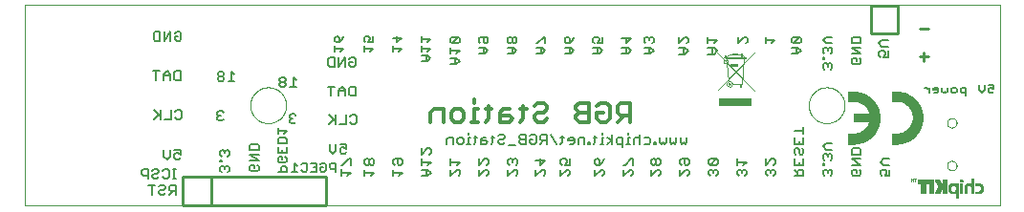
<source format=gbo>
G75*
%MOIN*%
%OFA0B0*%
%FSLAX25Y25*%
%IPPOS*%
%LPD*%
%AMOC8*
5,1,8,0,0,1.08239X$1,22.5*
%
%ADD10C,0.00000*%
%ADD11C,0.00700*%
%ADD12C,0.00600*%
%ADD13C,0.01000*%
%ADD14C,0.01200*%
%ADD15C,0.00100*%
%ADD16C,0.00394*%
%ADD17R,0.11575X0.02913*%
%ADD18C,0.00039*%
%ADD19C,0.00200*%
D10*
X0016926Y0012600D02*
X0016926Y0082600D01*
X0356926Y0082600D01*
X0356926Y0012600D01*
X0016926Y0012600D01*
X0095676Y0047600D02*
X0095678Y0047758D01*
X0095684Y0047915D01*
X0095694Y0048073D01*
X0095708Y0048230D01*
X0095726Y0048386D01*
X0095747Y0048543D01*
X0095773Y0048698D01*
X0095803Y0048853D01*
X0095836Y0049007D01*
X0095874Y0049160D01*
X0095915Y0049313D01*
X0095960Y0049464D01*
X0096009Y0049614D01*
X0096062Y0049762D01*
X0096118Y0049910D01*
X0096179Y0050055D01*
X0096242Y0050200D01*
X0096310Y0050342D01*
X0096381Y0050483D01*
X0096455Y0050622D01*
X0096533Y0050759D01*
X0096615Y0050894D01*
X0096699Y0051027D01*
X0096788Y0051158D01*
X0096879Y0051286D01*
X0096974Y0051413D01*
X0097071Y0051536D01*
X0097172Y0051658D01*
X0097276Y0051776D01*
X0097383Y0051892D01*
X0097493Y0052005D01*
X0097605Y0052116D01*
X0097721Y0052223D01*
X0097839Y0052328D01*
X0097959Y0052430D01*
X0098082Y0052528D01*
X0098208Y0052624D01*
X0098336Y0052716D01*
X0098466Y0052805D01*
X0098598Y0052891D01*
X0098733Y0052973D01*
X0098870Y0053052D01*
X0099008Y0053127D01*
X0099148Y0053199D01*
X0099291Y0053267D01*
X0099434Y0053332D01*
X0099580Y0053393D01*
X0099727Y0053450D01*
X0099875Y0053504D01*
X0100025Y0053554D01*
X0100175Y0053600D01*
X0100327Y0053642D01*
X0100480Y0053681D01*
X0100634Y0053715D01*
X0100789Y0053746D01*
X0100944Y0053772D01*
X0101100Y0053795D01*
X0101257Y0053814D01*
X0101414Y0053829D01*
X0101571Y0053840D01*
X0101729Y0053847D01*
X0101887Y0053850D01*
X0102044Y0053849D01*
X0102202Y0053844D01*
X0102359Y0053835D01*
X0102517Y0053822D01*
X0102673Y0053805D01*
X0102830Y0053784D01*
X0102985Y0053760D01*
X0103140Y0053731D01*
X0103295Y0053698D01*
X0103448Y0053662D01*
X0103601Y0053621D01*
X0103752Y0053577D01*
X0103902Y0053529D01*
X0104051Y0053478D01*
X0104199Y0053422D01*
X0104345Y0053363D01*
X0104490Y0053300D01*
X0104633Y0053233D01*
X0104774Y0053163D01*
X0104913Y0053090D01*
X0105051Y0053013D01*
X0105187Y0052932D01*
X0105320Y0052848D01*
X0105451Y0052761D01*
X0105580Y0052670D01*
X0105707Y0052576D01*
X0105832Y0052479D01*
X0105953Y0052379D01*
X0106073Y0052276D01*
X0106189Y0052170D01*
X0106303Y0052061D01*
X0106415Y0051949D01*
X0106523Y0051835D01*
X0106628Y0051717D01*
X0106731Y0051597D01*
X0106830Y0051475D01*
X0106926Y0051350D01*
X0107019Y0051222D01*
X0107109Y0051093D01*
X0107195Y0050961D01*
X0107279Y0050827D01*
X0107358Y0050691D01*
X0107435Y0050553D01*
X0107507Y0050413D01*
X0107576Y0050271D01*
X0107642Y0050128D01*
X0107704Y0049983D01*
X0107762Y0049836D01*
X0107817Y0049688D01*
X0107868Y0049539D01*
X0107915Y0049388D01*
X0107958Y0049237D01*
X0107997Y0049084D01*
X0108033Y0048930D01*
X0108064Y0048776D01*
X0108092Y0048621D01*
X0108116Y0048465D01*
X0108136Y0048308D01*
X0108152Y0048151D01*
X0108164Y0047994D01*
X0108172Y0047837D01*
X0108176Y0047679D01*
X0108176Y0047521D01*
X0108172Y0047363D01*
X0108164Y0047206D01*
X0108152Y0047049D01*
X0108136Y0046892D01*
X0108116Y0046735D01*
X0108092Y0046579D01*
X0108064Y0046424D01*
X0108033Y0046270D01*
X0107997Y0046116D01*
X0107958Y0045963D01*
X0107915Y0045812D01*
X0107868Y0045661D01*
X0107817Y0045512D01*
X0107762Y0045364D01*
X0107704Y0045217D01*
X0107642Y0045072D01*
X0107576Y0044929D01*
X0107507Y0044787D01*
X0107435Y0044647D01*
X0107358Y0044509D01*
X0107279Y0044373D01*
X0107195Y0044239D01*
X0107109Y0044107D01*
X0107019Y0043978D01*
X0106926Y0043850D01*
X0106830Y0043725D01*
X0106731Y0043603D01*
X0106628Y0043483D01*
X0106523Y0043365D01*
X0106415Y0043251D01*
X0106303Y0043139D01*
X0106189Y0043030D01*
X0106073Y0042924D01*
X0105953Y0042821D01*
X0105832Y0042721D01*
X0105707Y0042624D01*
X0105580Y0042530D01*
X0105451Y0042439D01*
X0105320Y0042352D01*
X0105187Y0042268D01*
X0105051Y0042187D01*
X0104913Y0042110D01*
X0104774Y0042037D01*
X0104633Y0041967D01*
X0104490Y0041900D01*
X0104345Y0041837D01*
X0104199Y0041778D01*
X0104051Y0041722D01*
X0103902Y0041671D01*
X0103752Y0041623D01*
X0103601Y0041579D01*
X0103448Y0041538D01*
X0103295Y0041502D01*
X0103140Y0041469D01*
X0102985Y0041440D01*
X0102830Y0041416D01*
X0102673Y0041395D01*
X0102517Y0041378D01*
X0102359Y0041365D01*
X0102202Y0041356D01*
X0102044Y0041351D01*
X0101887Y0041350D01*
X0101729Y0041353D01*
X0101571Y0041360D01*
X0101414Y0041371D01*
X0101257Y0041386D01*
X0101100Y0041405D01*
X0100944Y0041428D01*
X0100789Y0041454D01*
X0100634Y0041485D01*
X0100480Y0041519D01*
X0100327Y0041558D01*
X0100175Y0041600D01*
X0100025Y0041646D01*
X0099875Y0041696D01*
X0099727Y0041750D01*
X0099580Y0041807D01*
X0099434Y0041868D01*
X0099291Y0041933D01*
X0099148Y0042001D01*
X0099008Y0042073D01*
X0098870Y0042148D01*
X0098733Y0042227D01*
X0098598Y0042309D01*
X0098466Y0042395D01*
X0098336Y0042484D01*
X0098208Y0042576D01*
X0098082Y0042672D01*
X0097959Y0042770D01*
X0097839Y0042872D01*
X0097721Y0042977D01*
X0097605Y0043084D01*
X0097493Y0043195D01*
X0097383Y0043308D01*
X0097276Y0043424D01*
X0097172Y0043542D01*
X0097071Y0043664D01*
X0096974Y0043787D01*
X0096879Y0043914D01*
X0096788Y0044042D01*
X0096699Y0044173D01*
X0096615Y0044306D01*
X0096533Y0044441D01*
X0096455Y0044578D01*
X0096381Y0044717D01*
X0096310Y0044858D01*
X0096242Y0045000D01*
X0096179Y0045145D01*
X0096118Y0045290D01*
X0096062Y0045438D01*
X0096009Y0045586D01*
X0095960Y0045736D01*
X0095915Y0045887D01*
X0095874Y0046040D01*
X0095836Y0046193D01*
X0095803Y0046347D01*
X0095773Y0046502D01*
X0095747Y0046657D01*
X0095726Y0046814D01*
X0095708Y0046970D01*
X0095694Y0047127D01*
X0095684Y0047285D01*
X0095678Y0047442D01*
X0095676Y0047600D01*
X0290376Y0047600D02*
X0290378Y0047758D01*
X0290384Y0047915D01*
X0290394Y0048073D01*
X0290408Y0048230D01*
X0290426Y0048386D01*
X0290447Y0048543D01*
X0290473Y0048698D01*
X0290503Y0048853D01*
X0290536Y0049007D01*
X0290574Y0049160D01*
X0290615Y0049313D01*
X0290660Y0049464D01*
X0290709Y0049614D01*
X0290762Y0049762D01*
X0290818Y0049910D01*
X0290879Y0050055D01*
X0290942Y0050200D01*
X0291010Y0050342D01*
X0291081Y0050483D01*
X0291155Y0050622D01*
X0291233Y0050759D01*
X0291315Y0050894D01*
X0291399Y0051027D01*
X0291488Y0051158D01*
X0291579Y0051286D01*
X0291674Y0051413D01*
X0291771Y0051536D01*
X0291872Y0051658D01*
X0291976Y0051776D01*
X0292083Y0051892D01*
X0292193Y0052005D01*
X0292305Y0052116D01*
X0292421Y0052223D01*
X0292539Y0052328D01*
X0292659Y0052430D01*
X0292782Y0052528D01*
X0292908Y0052624D01*
X0293036Y0052716D01*
X0293166Y0052805D01*
X0293298Y0052891D01*
X0293433Y0052973D01*
X0293570Y0053052D01*
X0293708Y0053127D01*
X0293848Y0053199D01*
X0293991Y0053267D01*
X0294134Y0053332D01*
X0294280Y0053393D01*
X0294427Y0053450D01*
X0294575Y0053504D01*
X0294725Y0053554D01*
X0294875Y0053600D01*
X0295027Y0053642D01*
X0295180Y0053681D01*
X0295334Y0053715D01*
X0295489Y0053746D01*
X0295644Y0053772D01*
X0295800Y0053795D01*
X0295957Y0053814D01*
X0296114Y0053829D01*
X0296271Y0053840D01*
X0296429Y0053847D01*
X0296587Y0053850D01*
X0296744Y0053849D01*
X0296902Y0053844D01*
X0297059Y0053835D01*
X0297217Y0053822D01*
X0297373Y0053805D01*
X0297530Y0053784D01*
X0297685Y0053760D01*
X0297840Y0053731D01*
X0297995Y0053698D01*
X0298148Y0053662D01*
X0298301Y0053621D01*
X0298452Y0053577D01*
X0298602Y0053529D01*
X0298751Y0053478D01*
X0298899Y0053422D01*
X0299045Y0053363D01*
X0299190Y0053300D01*
X0299333Y0053233D01*
X0299474Y0053163D01*
X0299613Y0053090D01*
X0299751Y0053013D01*
X0299887Y0052932D01*
X0300020Y0052848D01*
X0300151Y0052761D01*
X0300280Y0052670D01*
X0300407Y0052576D01*
X0300532Y0052479D01*
X0300653Y0052379D01*
X0300773Y0052276D01*
X0300889Y0052170D01*
X0301003Y0052061D01*
X0301115Y0051949D01*
X0301223Y0051835D01*
X0301328Y0051717D01*
X0301431Y0051597D01*
X0301530Y0051475D01*
X0301626Y0051350D01*
X0301719Y0051222D01*
X0301809Y0051093D01*
X0301895Y0050961D01*
X0301979Y0050827D01*
X0302058Y0050691D01*
X0302135Y0050553D01*
X0302207Y0050413D01*
X0302276Y0050271D01*
X0302342Y0050128D01*
X0302404Y0049983D01*
X0302462Y0049836D01*
X0302517Y0049688D01*
X0302568Y0049539D01*
X0302615Y0049388D01*
X0302658Y0049237D01*
X0302697Y0049084D01*
X0302733Y0048930D01*
X0302764Y0048776D01*
X0302792Y0048621D01*
X0302816Y0048465D01*
X0302836Y0048308D01*
X0302852Y0048151D01*
X0302864Y0047994D01*
X0302872Y0047837D01*
X0302876Y0047679D01*
X0302876Y0047521D01*
X0302872Y0047363D01*
X0302864Y0047206D01*
X0302852Y0047049D01*
X0302836Y0046892D01*
X0302816Y0046735D01*
X0302792Y0046579D01*
X0302764Y0046424D01*
X0302733Y0046270D01*
X0302697Y0046116D01*
X0302658Y0045963D01*
X0302615Y0045812D01*
X0302568Y0045661D01*
X0302517Y0045512D01*
X0302462Y0045364D01*
X0302404Y0045217D01*
X0302342Y0045072D01*
X0302276Y0044929D01*
X0302207Y0044787D01*
X0302135Y0044647D01*
X0302058Y0044509D01*
X0301979Y0044373D01*
X0301895Y0044239D01*
X0301809Y0044107D01*
X0301719Y0043978D01*
X0301626Y0043850D01*
X0301530Y0043725D01*
X0301431Y0043603D01*
X0301328Y0043483D01*
X0301223Y0043365D01*
X0301115Y0043251D01*
X0301003Y0043139D01*
X0300889Y0043030D01*
X0300773Y0042924D01*
X0300653Y0042821D01*
X0300532Y0042721D01*
X0300407Y0042624D01*
X0300280Y0042530D01*
X0300151Y0042439D01*
X0300020Y0042352D01*
X0299887Y0042268D01*
X0299751Y0042187D01*
X0299613Y0042110D01*
X0299474Y0042037D01*
X0299333Y0041967D01*
X0299190Y0041900D01*
X0299045Y0041837D01*
X0298899Y0041778D01*
X0298751Y0041722D01*
X0298602Y0041671D01*
X0298452Y0041623D01*
X0298301Y0041579D01*
X0298148Y0041538D01*
X0297995Y0041502D01*
X0297840Y0041469D01*
X0297685Y0041440D01*
X0297530Y0041416D01*
X0297373Y0041395D01*
X0297217Y0041378D01*
X0297059Y0041365D01*
X0296902Y0041356D01*
X0296744Y0041351D01*
X0296587Y0041350D01*
X0296429Y0041353D01*
X0296271Y0041360D01*
X0296114Y0041371D01*
X0295957Y0041386D01*
X0295800Y0041405D01*
X0295644Y0041428D01*
X0295489Y0041454D01*
X0295334Y0041485D01*
X0295180Y0041519D01*
X0295027Y0041558D01*
X0294875Y0041600D01*
X0294725Y0041646D01*
X0294575Y0041696D01*
X0294427Y0041750D01*
X0294280Y0041807D01*
X0294134Y0041868D01*
X0293991Y0041933D01*
X0293848Y0042001D01*
X0293708Y0042073D01*
X0293570Y0042148D01*
X0293433Y0042227D01*
X0293298Y0042309D01*
X0293166Y0042395D01*
X0293036Y0042484D01*
X0292908Y0042576D01*
X0292782Y0042672D01*
X0292659Y0042770D01*
X0292539Y0042872D01*
X0292421Y0042977D01*
X0292305Y0043084D01*
X0292193Y0043195D01*
X0292083Y0043308D01*
X0291976Y0043424D01*
X0291872Y0043542D01*
X0291771Y0043664D01*
X0291674Y0043787D01*
X0291579Y0043914D01*
X0291488Y0044042D01*
X0291399Y0044173D01*
X0291315Y0044306D01*
X0291233Y0044441D01*
X0291155Y0044578D01*
X0291081Y0044717D01*
X0291010Y0044858D01*
X0290942Y0045000D01*
X0290879Y0045145D01*
X0290818Y0045290D01*
X0290762Y0045438D01*
X0290709Y0045586D01*
X0290660Y0045736D01*
X0290615Y0045887D01*
X0290574Y0046040D01*
X0290536Y0046193D01*
X0290503Y0046347D01*
X0290473Y0046502D01*
X0290447Y0046657D01*
X0290426Y0046814D01*
X0290408Y0046970D01*
X0290394Y0047127D01*
X0290384Y0047285D01*
X0290378Y0047442D01*
X0290376Y0047600D01*
X0338591Y0041480D02*
X0338593Y0041561D01*
X0338599Y0041643D01*
X0338609Y0041724D01*
X0338623Y0041804D01*
X0338640Y0041883D01*
X0338662Y0041962D01*
X0338687Y0042039D01*
X0338716Y0042116D01*
X0338749Y0042190D01*
X0338786Y0042263D01*
X0338825Y0042334D01*
X0338869Y0042403D01*
X0338915Y0042470D01*
X0338965Y0042534D01*
X0339018Y0042596D01*
X0339074Y0042656D01*
X0339132Y0042712D01*
X0339194Y0042766D01*
X0339258Y0042817D01*
X0339324Y0042864D01*
X0339392Y0042908D01*
X0339463Y0042949D01*
X0339535Y0042986D01*
X0339610Y0043020D01*
X0339685Y0043050D01*
X0339763Y0043076D01*
X0339841Y0043099D01*
X0339920Y0043117D01*
X0340000Y0043132D01*
X0340081Y0043143D01*
X0340162Y0043150D01*
X0340244Y0043153D01*
X0340325Y0043152D01*
X0340406Y0043147D01*
X0340487Y0043138D01*
X0340568Y0043125D01*
X0340648Y0043108D01*
X0340726Y0043088D01*
X0340804Y0043063D01*
X0340881Y0043035D01*
X0340956Y0043003D01*
X0341029Y0042968D01*
X0341100Y0042929D01*
X0341170Y0042886D01*
X0341237Y0042841D01*
X0341303Y0042792D01*
X0341365Y0042740D01*
X0341425Y0042684D01*
X0341482Y0042626D01*
X0341537Y0042566D01*
X0341588Y0042502D01*
X0341636Y0042437D01*
X0341681Y0042369D01*
X0341723Y0042299D01*
X0341761Y0042227D01*
X0341796Y0042153D01*
X0341827Y0042078D01*
X0341854Y0042001D01*
X0341877Y0041923D01*
X0341897Y0041844D01*
X0341913Y0041764D01*
X0341925Y0041683D01*
X0341933Y0041602D01*
X0341937Y0041521D01*
X0341937Y0041439D01*
X0341933Y0041358D01*
X0341925Y0041277D01*
X0341913Y0041196D01*
X0341897Y0041116D01*
X0341877Y0041037D01*
X0341854Y0040959D01*
X0341827Y0040882D01*
X0341796Y0040807D01*
X0341761Y0040733D01*
X0341723Y0040661D01*
X0341681Y0040591D01*
X0341636Y0040523D01*
X0341588Y0040458D01*
X0341537Y0040394D01*
X0341482Y0040334D01*
X0341425Y0040276D01*
X0341365Y0040220D01*
X0341303Y0040168D01*
X0341237Y0040119D01*
X0341170Y0040074D01*
X0341101Y0040031D01*
X0341029Y0039992D01*
X0340956Y0039957D01*
X0340881Y0039925D01*
X0340804Y0039897D01*
X0340726Y0039872D01*
X0340648Y0039852D01*
X0340568Y0039835D01*
X0340487Y0039822D01*
X0340406Y0039813D01*
X0340325Y0039808D01*
X0340244Y0039807D01*
X0340162Y0039810D01*
X0340081Y0039817D01*
X0340000Y0039828D01*
X0339920Y0039843D01*
X0339841Y0039861D01*
X0339763Y0039884D01*
X0339685Y0039910D01*
X0339610Y0039940D01*
X0339535Y0039974D01*
X0339463Y0040011D01*
X0339392Y0040052D01*
X0339324Y0040096D01*
X0339258Y0040143D01*
X0339194Y0040194D01*
X0339132Y0040248D01*
X0339074Y0040304D01*
X0339018Y0040364D01*
X0338965Y0040426D01*
X0338915Y0040490D01*
X0338869Y0040557D01*
X0338825Y0040626D01*
X0338786Y0040697D01*
X0338749Y0040770D01*
X0338716Y0040844D01*
X0338687Y0040921D01*
X0338662Y0040998D01*
X0338640Y0041077D01*
X0338623Y0041156D01*
X0338609Y0041236D01*
X0338599Y0041317D01*
X0338593Y0041399D01*
X0338591Y0041480D01*
X0338591Y0026520D02*
X0338593Y0026601D01*
X0338599Y0026683D01*
X0338609Y0026764D01*
X0338623Y0026844D01*
X0338640Y0026923D01*
X0338662Y0027002D01*
X0338687Y0027079D01*
X0338716Y0027156D01*
X0338749Y0027230D01*
X0338786Y0027303D01*
X0338825Y0027374D01*
X0338869Y0027443D01*
X0338915Y0027510D01*
X0338965Y0027574D01*
X0339018Y0027636D01*
X0339074Y0027696D01*
X0339132Y0027752D01*
X0339194Y0027806D01*
X0339258Y0027857D01*
X0339324Y0027904D01*
X0339392Y0027948D01*
X0339463Y0027989D01*
X0339535Y0028026D01*
X0339610Y0028060D01*
X0339685Y0028090D01*
X0339763Y0028116D01*
X0339841Y0028139D01*
X0339920Y0028157D01*
X0340000Y0028172D01*
X0340081Y0028183D01*
X0340162Y0028190D01*
X0340244Y0028193D01*
X0340325Y0028192D01*
X0340406Y0028187D01*
X0340487Y0028178D01*
X0340568Y0028165D01*
X0340648Y0028148D01*
X0340726Y0028128D01*
X0340804Y0028103D01*
X0340881Y0028075D01*
X0340956Y0028043D01*
X0341029Y0028008D01*
X0341100Y0027969D01*
X0341170Y0027926D01*
X0341237Y0027881D01*
X0341303Y0027832D01*
X0341365Y0027780D01*
X0341425Y0027724D01*
X0341482Y0027666D01*
X0341537Y0027606D01*
X0341588Y0027542D01*
X0341636Y0027477D01*
X0341681Y0027409D01*
X0341723Y0027339D01*
X0341761Y0027267D01*
X0341796Y0027193D01*
X0341827Y0027118D01*
X0341854Y0027041D01*
X0341877Y0026963D01*
X0341897Y0026884D01*
X0341913Y0026804D01*
X0341925Y0026723D01*
X0341933Y0026642D01*
X0341937Y0026561D01*
X0341937Y0026479D01*
X0341933Y0026398D01*
X0341925Y0026317D01*
X0341913Y0026236D01*
X0341897Y0026156D01*
X0341877Y0026077D01*
X0341854Y0025999D01*
X0341827Y0025922D01*
X0341796Y0025847D01*
X0341761Y0025773D01*
X0341723Y0025701D01*
X0341681Y0025631D01*
X0341636Y0025563D01*
X0341588Y0025498D01*
X0341537Y0025434D01*
X0341482Y0025374D01*
X0341425Y0025316D01*
X0341365Y0025260D01*
X0341303Y0025208D01*
X0341237Y0025159D01*
X0341170Y0025114D01*
X0341101Y0025071D01*
X0341029Y0025032D01*
X0340956Y0024997D01*
X0340881Y0024965D01*
X0340804Y0024937D01*
X0340726Y0024912D01*
X0340648Y0024892D01*
X0340568Y0024875D01*
X0340487Y0024862D01*
X0340406Y0024853D01*
X0340325Y0024848D01*
X0340244Y0024847D01*
X0340162Y0024850D01*
X0340081Y0024857D01*
X0340000Y0024868D01*
X0339920Y0024883D01*
X0339841Y0024901D01*
X0339763Y0024924D01*
X0339685Y0024950D01*
X0339610Y0024980D01*
X0339535Y0025014D01*
X0339463Y0025051D01*
X0339392Y0025092D01*
X0339324Y0025136D01*
X0339258Y0025183D01*
X0339194Y0025234D01*
X0339132Y0025288D01*
X0339074Y0025344D01*
X0339018Y0025404D01*
X0338965Y0025466D01*
X0338915Y0025530D01*
X0338869Y0025597D01*
X0338825Y0025666D01*
X0338786Y0025737D01*
X0338749Y0025810D01*
X0338716Y0025884D01*
X0338687Y0025961D01*
X0338662Y0026038D01*
X0338640Y0026117D01*
X0338623Y0026196D01*
X0338609Y0026276D01*
X0338599Y0026357D01*
X0338593Y0026439D01*
X0338591Y0026520D01*
D11*
X0318578Y0026633D02*
X0316377Y0026633D01*
X0315276Y0027734D01*
X0316377Y0028835D01*
X0318578Y0028835D01*
X0318578Y0025152D02*
X0318578Y0022950D01*
X0316927Y0022950D01*
X0317477Y0024051D01*
X0317477Y0024601D01*
X0316927Y0025152D01*
X0315826Y0025152D01*
X0315276Y0024601D01*
X0315276Y0023500D01*
X0315826Y0022950D01*
X0308578Y0023500D02*
X0308028Y0022950D01*
X0305826Y0022950D01*
X0305276Y0023500D01*
X0305276Y0024601D01*
X0305826Y0025152D01*
X0306927Y0025152D01*
X0306927Y0024051D01*
X0308028Y0025152D02*
X0308578Y0024601D01*
X0308578Y0023500D01*
X0308578Y0026633D02*
X0305276Y0026633D01*
X0305276Y0028835D02*
X0308578Y0026633D01*
X0308578Y0028835D02*
X0305276Y0028835D01*
X0305276Y0030316D02*
X0305276Y0031968D01*
X0305826Y0032518D01*
X0308028Y0032518D01*
X0308578Y0031968D01*
X0308578Y0030316D01*
X0305276Y0030316D01*
X0298578Y0030126D02*
X0298578Y0029025D01*
X0298028Y0028475D01*
X0296927Y0029576D02*
X0296927Y0030126D01*
X0296377Y0030677D01*
X0295826Y0030677D01*
X0295276Y0030126D01*
X0295276Y0029025D01*
X0295826Y0028475D01*
X0295826Y0027184D02*
X0295276Y0027184D01*
X0295276Y0026633D01*
X0295826Y0026633D01*
X0295826Y0027184D01*
X0295826Y0025152D02*
X0295276Y0024601D01*
X0295276Y0023500D01*
X0295826Y0022950D01*
X0296927Y0024051D02*
X0296927Y0024601D01*
X0296377Y0025152D01*
X0295826Y0025152D01*
X0296927Y0024601D02*
X0297477Y0025152D01*
X0298028Y0025152D01*
X0298578Y0024601D01*
X0298578Y0023500D01*
X0298028Y0022950D01*
X0288578Y0022950D02*
X0288578Y0024601D01*
X0288028Y0025152D01*
X0286927Y0025152D01*
X0286377Y0024601D01*
X0286377Y0022950D01*
X0286377Y0024051D02*
X0285276Y0025152D01*
X0285276Y0026633D02*
X0285276Y0028835D01*
X0285826Y0030316D02*
X0285276Y0030867D01*
X0285276Y0031968D01*
X0285826Y0032518D01*
X0286377Y0032518D01*
X0286927Y0031968D01*
X0286927Y0030867D01*
X0287477Y0030316D01*
X0288028Y0030316D01*
X0288578Y0030867D01*
X0288578Y0031968D01*
X0288028Y0032518D01*
X0288578Y0033999D02*
X0285276Y0033999D01*
X0285276Y0036201D01*
X0286927Y0035100D02*
X0286927Y0033999D01*
X0288578Y0033999D02*
X0288578Y0036201D01*
X0288578Y0037683D02*
X0288578Y0039884D01*
X0288578Y0038784D02*
X0285276Y0038784D01*
X0295276Y0033259D02*
X0296377Y0034360D01*
X0298578Y0034360D01*
X0298578Y0032158D02*
X0296377Y0032158D01*
X0295276Y0033259D01*
X0297477Y0030677D02*
X0296927Y0030126D01*
X0297477Y0030677D02*
X0298028Y0030677D01*
X0298578Y0030126D01*
X0288578Y0028835D02*
X0288578Y0026633D01*
X0285276Y0026633D01*
X0286927Y0026633D02*
X0286927Y0027734D01*
X0278678Y0027184D02*
X0278128Y0026633D01*
X0278678Y0027184D02*
X0278678Y0028285D01*
X0278128Y0028835D01*
X0277577Y0028835D01*
X0275376Y0026633D01*
X0275376Y0028835D01*
X0268678Y0027734D02*
X0267577Y0026633D01*
X0267577Y0025152D02*
X0267027Y0024601D01*
X0266477Y0025152D01*
X0265926Y0025152D01*
X0265376Y0024601D01*
X0265376Y0023500D01*
X0265926Y0022950D01*
X0267027Y0024051D02*
X0267027Y0024601D01*
X0267577Y0025152D02*
X0268128Y0025152D01*
X0268678Y0024601D01*
X0268678Y0023500D01*
X0268128Y0022950D01*
X0275376Y0023500D02*
X0275926Y0022950D01*
X0275376Y0023500D02*
X0275376Y0024601D01*
X0275926Y0025152D01*
X0276477Y0025152D01*
X0277027Y0024601D01*
X0277027Y0024051D01*
X0277027Y0024601D02*
X0277577Y0025152D01*
X0278128Y0025152D01*
X0278678Y0024601D01*
X0278678Y0023500D01*
X0278128Y0022950D01*
X0285276Y0022950D02*
X0288578Y0022950D01*
X0268678Y0027734D02*
X0265376Y0027734D01*
X0265376Y0026633D02*
X0265376Y0028835D01*
X0258678Y0028285D02*
X0258678Y0027184D01*
X0258128Y0026633D01*
X0255926Y0026633D01*
X0258128Y0028835D01*
X0255926Y0028835D01*
X0255376Y0028285D01*
X0255376Y0027184D01*
X0255926Y0026633D01*
X0255926Y0025152D02*
X0255376Y0024601D01*
X0255376Y0023500D01*
X0255926Y0022950D01*
X0257027Y0024051D02*
X0257027Y0024601D01*
X0256477Y0025152D01*
X0255926Y0025152D01*
X0257027Y0024601D02*
X0257577Y0025152D01*
X0258128Y0025152D01*
X0258678Y0024601D01*
X0258678Y0023500D01*
X0258128Y0022950D01*
X0248678Y0023500D02*
X0248128Y0022950D01*
X0248678Y0023500D02*
X0248678Y0024601D01*
X0248128Y0025152D01*
X0247577Y0025152D01*
X0245376Y0022950D01*
X0245376Y0025152D01*
X0245926Y0026633D02*
X0245376Y0027184D01*
X0245376Y0028285D01*
X0245926Y0028835D01*
X0248128Y0028835D01*
X0248678Y0028285D01*
X0248678Y0027184D01*
X0248128Y0026633D01*
X0247577Y0026633D01*
X0247027Y0027184D01*
X0247027Y0028835D01*
X0238678Y0028285D02*
X0238678Y0027184D01*
X0238128Y0026633D01*
X0237577Y0026633D01*
X0237027Y0027184D01*
X0237027Y0028285D01*
X0236477Y0028835D01*
X0235926Y0028835D01*
X0235376Y0028285D01*
X0235376Y0027184D01*
X0235926Y0026633D01*
X0236477Y0026633D01*
X0237027Y0027184D01*
X0237027Y0028285D02*
X0237577Y0028835D01*
X0238128Y0028835D01*
X0238678Y0028285D01*
X0238128Y0025152D02*
X0238678Y0024601D01*
X0238678Y0023500D01*
X0238128Y0022950D01*
X0237577Y0025152D02*
X0235376Y0022950D01*
X0235376Y0025152D01*
X0237577Y0025152D02*
X0238128Y0025152D01*
X0229078Y0024601D02*
X0229078Y0023500D01*
X0228528Y0022950D01*
X0229078Y0024601D02*
X0228528Y0025152D01*
X0227977Y0025152D01*
X0225776Y0022950D01*
X0225776Y0025152D01*
X0225776Y0026633D02*
X0226326Y0026633D01*
X0228528Y0028835D01*
X0229078Y0028835D01*
X0229078Y0026633D01*
X0219078Y0024601D02*
X0219078Y0023500D01*
X0218528Y0022950D01*
X0219078Y0024601D02*
X0218528Y0025152D01*
X0217977Y0025152D01*
X0215776Y0022950D01*
X0215776Y0025152D01*
X0216326Y0026633D02*
X0215776Y0027184D01*
X0215776Y0028285D01*
X0216326Y0028835D01*
X0216877Y0028835D01*
X0217427Y0028285D01*
X0217427Y0026633D01*
X0216326Y0026633D01*
X0217427Y0026633D02*
X0218528Y0027734D01*
X0219078Y0028835D01*
X0207078Y0028835D02*
X0207078Y0026633D01*
X0205427Y0026633D01*
X0205977Y0027734D01*
X0205977Y0028285D01*
X0205427Y0028835D01*
X0204326Y0028835D01*
X0203776Y0028285D01*
X0203776Y0027184D01*
X0204326Y0026633D01*
X0203776Y0025152D02*
X0203776Y0022950D01*
X0205977Y0025152D01*
X0206528Y0025152D01*
X0207078Y0024601D01*
X0207078Y0023500D01*
X0206528Y0022950D01*
X0198478Y0023500D02*
X0197928Y0022950D01*
X0198478Y0023500D02*
X0198478Y0024601D01*
X0197928Y0025152D01*
X0197377Y0025152D01*
X0195176Y0022950D01*
X0195176Y0025152D01*
X0196827Y0026633D02*
X0196827Y0028835D01*
X0195176Y0028285D02*
X0198478Y0028285D01*
X0196827Y0026633D01*
X0188878Y0027184D02*
X0188878Y0028285D01*
X0188328Y0028835D01*
X0187777Y0028835D01*
X0187227Y0028285D01*
X0186677Y0028835D01*
X0186126Y0028835D01*
X0185576Y0028285D01*
X0185576Y0027184D01*
X0186126Y0026633D01*
X0187227Y0027734D02*
X0187227Y0028285D01*
X0188878Y0027184D02*
X0188328Y0026633D01*
X0188328Y0025152D02*
X0188878Y0024601D01*
X0188878Y0023500D01*
X0188328Y0022950D01*
X0187777Y0025152D02*
X0185576Y0022950D01*
X0185576Y0025152D01*
X0187777Y0025152D02*
X0188328Y0025152D01*
X0178678Y0024601D02*
X0178678Y0023500D01*
X0178128Y0022950D01*
X0178678Y0024601D02*
X0178128Y0025152D01*
X0177577Y0025152D01*
X0175376Y0022950D01*
X0175376Y0025152D01*
X0175376Y0026633D02*
X0177577Y0028835D01*
X0178128Y0028835D01*
X0178678Y0028285D01*
X0178678Y0027184D01*
X0178128Y0026633D01*
X0175376Y0026633D02*
X0175376Y0028835D01*
X0168878Y0027734D02*
X0167777Y0026633D01*
X0167777Y0025152D02*
X0168328Y0025152D01*
X0168878Y0024601D01*
X0168878Y0023500D01*
X0168328Y0022950D01*
X0167777Y0025152D02*
X0165576Y0022950D01*
X0165576Y0025152D01*
X0165576Y0026633D02*
X0165576Y0028835D01*
X0165576Y0027734D02*
X0168878Y0027734D01*
X0158678Y0027734D02*
X0157577Y0026633D01*
X0157577Y0025152D02*
X0155376Y0025152D01*
X0155376Y0026633D02*
X0155376Y0028835D01*
X0155376Y0027734D02*
X0158678Y0027734D01*
X0158128Y0030316D02*
X0158678Y0030867D01*
X0158678Y0031968D01*
X0158128Y0032518D01*
X0157577Y0032518D01*
X0155376Y0030316D01*
X0155376Y0032518D01*
X0148678Y0028285D02*
X0148128Y0028835D01*
X0145926Y0028835D01*
X0145376Y0028285D01*
X0145376Y0027184D01*
X0145926Y0026633D01*
X0147027Y0027184D02*
X0147027Y0028835D01*
X0148678Y0028285D02*
X0148678Y0027184D01*
X0148128Y0026633D01*
X0147577Y0026633D01*
X0147027Y0027184D01*
X0145376Y0025152D02*
X0145376Y0022950D01*
X0145376Y0024051D02*
X0148678Y0024051D01*
X0147577Y0022950D01*
X0155376Y0022950D02*
X0157577Y0022950D01*
X0158678Y0024051D01*
X0157577Y0025152D01*
X0157027Y0025152D02*
X0157027Y0022950D01*
X0138878Y0024051D02*
X0137777Y0022950D01*
X0138878Y0024051D02*
X0135576Y0024051D01*
X0135576Y0022950D02*
X0135576Y0025152D01*
X0136126Y0026633D02*
X0136677Y0026633D01*
X0137227Y0027184D01*
X0137227Y0028285D01*
X0136677Y0028835D01*
X0136126Y0028835D01*
X0135576Y0028285D01*
X0135576Y0027184D01*
X0136126Y0026633D01*
X0137227Y0027184D02*
X0137777Y0026633D01*
X0138328Y0026633D01*
X0138878Y0027184D01*
X0138878Y0028285D01*
X0138328Y0028835D01*
X0137777Y0028835D01*
X0137227Y0028285D01*
X0130610Y0028849D02*
X0130610Y0026647D01*
X0130059Y0028849D02*
X0127857Y0026647D01*
X0127307Y0026647D01*
X0127307Y0025166D02*
X0127307Y0022964D01*
X0127307Y0024065D02*
X0130610Y0024065D01*
X0129509Y0022964D01*
X0130059Y0028849D02*
X0130610Y0028849D01*
X0128625Y0030650D02*
X0129176Y0031200D01*
X0128625Y0030650D02*
X0127524Y0030650D01*
X0126974Y0031200D01*
X0126974Y0032301D01*
X0127524Y0032852D01*
X0128075Y0032852D01*
X0129176Y0032301D01*
X0129176Y0033953D01*
X0126974Y0033953D01*
X0125492Y0033953D02*
X0125492Y0031751D01*
X0124392Y0030650D01*
X0123291Y0031751D01*
X0123291Y0033953D01*
X0123207Y0041050D02*
X0124859Y0042701D01*
X0125409Y0042151D02*
X0123207Y0044353D01*
X0125409Y0044353D02*
X0125409Y0041050D01*
X0126891Y0041050D02*
X0129092Y0041050D01*
X0129092Y0044353D01*
X0130574Y0043802D02*
X0131124Y0044353D01*
X0132225Y0044353D01*
X0132776Y0043802D01*
X0132776Y0041600D01*
X0132225Y0041050D01*
X0131124Y0041050D01*
X0130574Y0041600D01*
X0111576Y0041800D02*
X0111025Y0041250D01*
X0109924Y0041250D01*
X0109374Y0041800D01*
X0109374Y0042351D01*
X0109924Y0042901D01*
X0110475Y0042901D01*
X0109924Y0042901D02*
X0109374Y0043452D01*
X0109374Y0044002D01*
X0109924Y0044553D01*
X0111025Y0044553D01*
X0111576Y0044002D01*
X0123908Y0050850D02*
X0123908Y0054153D01*
X0125009Y0054153D02*
X0122807Y0054153D01*
X0126491Y0053052D02*
X0126491Y0050850D01*
X0128692Y0050850D02*
X0128692Y0053052D01*
X0127592Y0054153D01*
X0126491Y0053052D01*
X0126491Y0052501D02*
X0128692Y0052501D01*
X0130174Y0051400D02*
X0130174Y0053602D01*
X0130724Y0054153D01*
X0132376Y0054153D01*
X0132376Y0050850D01*
X0130724Y0050850D01*
X0130174Y0051400D01*
X0111776Y0054050D02*
X0109574Y0054050D01*
X0110675Y0054050D02*
X0110675Y0057353D01*
X0111776Y0056252D01*
X0108092Y0056252D02*
X0107542Y0055701D01*
X0106441Y0055701D01*
X0105891Y0055151D01*
X0105891Y0054600D01*
X0106441Y0054050D01*
X0107542Y0054050D01*
X0108092Y0054600D01*
X0108092Y0055151D01*
X0107542Y0055701D01*
X0108092Y0056252D02*
X0108092Y0056802D01*
X0107542Y0057353D01*
X0106441Y0057353D01*
X0105891Y0056802D01*
X0105891Y0056252D01*
X0106441Y0055701D01*
X0090176Y0056050D02*
X0087974Y0056050D01*
X0089075Y0056050D02*
X0089075Y0059353D01*
X0090176Y0058252D01*
X0086492Y0058252D02*
X0086492Y0058802D01*
X0085942Y0059353D01*
X0084841Y0059353D01*
X0084291Y0058802D01*
X0084291Y0058252D01*
X0084841Y0057701D01*
X0085942Y0057701D01*
X0086492Y0058252D01*
X0085942Y0057701D02*
X0086492Y0057151D01*
X0086492Y0056600D01*
X0085942Y0056050D01*
X0084841Y0056050D01*
X0084291Y0056600D01*
X0084291Y0057151D01*
X0084841Y0057701D01*
X0071376Y0056250D02*
X0069724Y0056250D01*
X0069174Y0056800D01*
X0069174Y0059002D01*
X0069724Y0059553D01*
X0071376Y0059553D01*
X0071376Y0056250D01*
X0067692Y0056250D02*
X0067692Y0058452D01*
X0066592Y0059553D01*
X0065491Y0058452D01*
X0065491Y0056250D01*
X0065491Y0057901D02*
X0067692Y0057901D01*
X0064009Y0059553D02*
X0061807Y0059553D01*
X0062908Y0059553D02*
X0062908Y0056250D01*
X0062207Y0045953D02*
X0064409Y0043751D01*
X0063859Y0044301D02*
X0062207Y0042650D01*
X0064409Y0042650D02*
X0064409Y0045953D01*
X0068092Y0045953D02*
X0068092Y0042650D01*
X0065891Y0042650D01*
X0069574Y0043200D02*
X0070124Y0042650D01*
X0071225Y0042650D01*
X0071776Y0043200D01*
X0071776Y0045402D01*
X0071225Y0045953D01*
X0070124Y0045953D01*
X0069574Y0045402D01*
X0084174Y0045002D02*
X0084174Y0044452D01*
X0084724Y0043901D01*
X0084174Y0043351D01*
X0084174Y0042800D01*
X0084724Y0042250D01*
X0085825Y0042250D01*
X0086376Y0042800D01*
X0085275Y0043901D02*
X0084724Y0043901D01*
X0084174Y0045002D02*
X0084724Y0045553D01*
X0085825Y0045553D01*
X0086376Y0045002D01*
X0095926Y0034118D02*
X0098128Y0034118D01*
X0098678Y0033568D01*
X0098678Y0031916D01*
X0095376Y0031916D01*
X0095376Y0033568D01*
X0095926Y0034118D01*
X0088378Y0031426D02*
X0087828Y0031977D01*
X0087277Y0031977D01*
X0086727Y0031426D01*
X0086177Y0031977D01*
X0085626Y0031977D01*
X0085076Y0031426D01*
X0085076Y0030325D01*
X0085626Y0029775D01*
X0086727Y0030876D02*
X0086727Y0031426D01*
X0088378Y0031426D02*
X0088378Y0030325D01*
X0087828Y0029775D01*
X0085626Y0028484D02*
X0085076Y0028484D01*
X0085076Y0027933D01*
X0085626Y0027933D01*
X0085626Y0028484D01*
X0085626Y0026452D02*
X0085076Y0025901D01*
X0085076Y0024800D01*
X0085626Y0024250D01*
X0086727Y0025351D02*
X0086727Y0025901D01*
X0086177Y0026452D01*
X0085626Y0026452D01*
X0086727Y0025901D02*
X0087277Y0026452D01*
X0087828Y0026452D01*
X0088378Y0025901D01*
X0088378Y0024800D01*
X0087828Y0024250D01*
X0095376Y0025100D02*
X0095376Y0026201D01*
X0095926Y0026752D01*
X0097027Y0026752D01*
X0097027Y0025651D01*
X0098128Y0026752D02*
X0098678Y0026201D01*
X0098678Y0025100D01*
X0098128Y0024550D01*
X0095926Y0024550D01*
X0095376Y0025100D01*
X0095376Y0028233D02*
X0098678Y0028233D01*
X0095376Y0030435D01*
X0098678Y0030435D01*
X0071376Y0030301D02*
X0070275Y0030852D01*
X0069724Y0030852D01*
X0069174Y0030301D01*
X0069174Y0029200D01*
X0069724Y0028650D01*
X0070825Y0028650D01*
X0071376Y0029200D01*
X0071376Y0030301D02*
X0071376Y0031953D01*
X0069174Y0031953D01*
X0067692Y0031953D02*
X0067692Y0029751D01*
X0066592Y0028650D01*
X0065491Y0029751D01*
X0065491Y0031953D01*
X0065669Y0025353D02*
X0066770Y0025353D01*
X0067320Y0024802D01*
X0067320Y0022600D01*
X0066770Y0022050D01*
X0065669Y0022050D01*
X0065118Y0022600D01*
X0063637Y0022600D02*
X0063087Y0022050D01*
X0061986Y0022050D01*
X0061435Y0022600D01*
X0061435Y0023151D01*
X0061986Y0023701D01*
X0063087Y0023701D01*
X0063637Y0024252D01*
X0063637Y0024802D01*
X0063087Y0025353D01*
X0061986Y0025353D01*
X0061435Y0024802D01*
X0059954Y0025353D02*
X0058302Y0025353D01*
X0057752Y0024802D01*
X0057752Y0023701D01*
X0058302Y0023151D01*
X0059954Y0023151D01*
X0059954Y0022050D02*
X0059954Y0025353D01*
X0065118Y0024802D02*
X0065669Y0025353D01*
X0068675Y0025353D02*
X0069776Y0025353D01*
X0069225Y0025353D02*
X0069225Y0022050D01*
X0068675Y0022050D02*
X0069776Y0022050D01*
X0069759Y0019735D02*
X0068108Y0019735D01*
X0067557Y0019185D01*
X0067557Y0018084D01*
X0068108Y0017533D01*
X0069759Y0017533D01*
X0068658Y0017533D02*
X0067557Y0016432D01*
X0066076Y0016983D02*
X0065526Y0016432D01*
X0064425Y0016432D01*
X0063874Y0016983D01*
X0063874Y0017533D01*
X0064425Y0018084D01*
X0065526Y0018084D01*
X0066076Y0018634D01*
X0066076Y0019185D01*
X0065526Y0019735D01*
X0064425Y0019735D01*
X0063874Y0019185D01*
X0062393Y0019735D02*
X0060191Y0019735D01*
X0061292Y0019735D02*
X0061292Y0016432D01*
X0069759Y0016432D02*
X0069759Y0019735D01*
X0122807Y0061600D02*
X0122807Y0063802D01*
X0123358Y0064353D01*
X0125009Y0064353D01*
X0125009Y0061050D01*
X0123358Y0061050D01*
X0122807Y0061600D01*
X0126491Y0061050D02*
X0126491Y0064353D01*
X0128692Y0064353D02*
X0126491Y0061050D01*
X0128692Y0061050D02*
X0128692Y0064353D01*
X0130174Y0063802D02*
X0130724Y0064353D01*
X0131825Y0064353D01*
X0132376Y0063802D01*
X0132376Y0061600D01*
X0131825Y0061050D01*
X0130724Y0061050D01*
X0130174Y0061600D01*
X0130174Y0062701D01*
X0131275Y0062701D01*
X0165376Y0061901D02*
X0167577Y0061901D01*
X0168678Y0063002D01*
X0167577Y0064102D01*
X0165376Y0064102D01*
X0167027Y0064102D02*
X0167027Y0061901D01*
X0167577Y0065584D02*
X0168678Y0066685D01*
X0165376Y0066685D01*
X0165376Y0065584D02*
X0165376Y0067786D01*
X0165926Y0069267D02*
X0168128Y0071469D01*
X0165926Y0071469D01*
X0165376Y0070918D01*
X0165376Y0069817D01*
X0165926Y0069267D01*
X0168128Y0069267D01*
X0168678Y0069817D01*
X0168678Y0070918D01*
X0168128Y0071469D01*
X0175276Y0070918D02*
X0175276Y0069817D01*
X0175826Y0069267D01*
X0176927Y0069817D02*
X0176927Y0071469D01*
X0175826Y0071469D02*
X0178028Y0071469D01*
X0178578Y0070918D01*
X0178578Y0069817D01*
X0178028Y0069267D01*
X0177477Y0069267D01*
X0176927Y0069817D01*
X0175276Y0070918D02*
X0175826Y0071469D01*
X0175276Y0067786D02*
X0177477Y0067786D01*
X0178578Y0066685D01*
X0177477Y0065584D01*
X0175276Y0065584D01*
X0176927Y0065584D02*
X0176927Y0067786D01*
X0185276Y0067786D02*
X0187477Y0067786D01*
X0188578Y0066685D01*
X0187477Y0065584D01*
X0185276Y0065584D01*
X0186927Y0065584D02*
X0186927Y0067786D01*
X0187477Y0069267D02*
X0188028Y0069267D01*
X0188578Y0069817D01*
X0188578Y0070918D01*
X0188028Y0071469D01*
X0187477Y0071469D01*
X0186927Y0070918D01*
X0186927Y0069817D01*
X0187477Y0069267D01*
X0186927Y0069817D02*
X0186377Y0069267D01*
X0185826Y0069267D01*
X0185276Y0069817D01*
X0185276Y0070918D01*
X0185826Y0071469D01*
X0186377Y0071469D01*
X0186927Y0070918D01*
X0195276Y0069267D02*
X0195826Y0069267D01*
X0198028Y0071469D01*
X0198578Y0071469D01*
X0198578Y0069267D01*
X0197477Y0067786D02*
X0195276Y0067786D01*
X0196927Y0067786D02*
X0196927Y0065584D01*
X0197477Y0065584D02*
X0198578Y0066685D01*
X0197477Y0067786D01*
X0197477Y0065584D02*
X0195276Y0065584D01*
X0205276Y0065584D02*
X0207477Y0065584D01*
X0208578Y0066685D01*
X0207477Y0067786D01*
X0205276Y0067786D01*
X0205826Y0069267D02*
X0205276Y0069817D01*
X0205276Y0070918D01*
X0205826Y0071469D01*
X0206377Y0071469D01*
X0206927Y0070918D01*
X0206927Y0069267D01*
X0205826Y0069267D01*
X0206927Y0069267D02*
X0208028Y0070368D01*
X0208578Y0071469D01*
X0215176Y0070918D02*
X0215176Y0069817D01*
X0215726Y0069267D01*
X0216827Y0069267D02*
X0217377Y0070368D01*
X0217377Y0070918D01*
X0216827Y0071469D01*
X0215726Y0071469D01*
X0215176Y0070918D01*
X0216827Y0069267D02*
X0218478Y0069267D01*
X0218478Y0071469D01*
X0225176Y0070918D02*
X0228478Y0070918D01*
X0226827Y0069267D01*
X0226827Y0071469D01*
X0232976Y0070918D02*
X0232976Y0069817D01*
X0233526Y0069267D01*
X0234627Y0070368D02*
X0234627Y0070918D01*
X0234077Y0071469D01*
X0233526Y0071469D01*
X0232976Y0070918D01*
X0234627Y0070918D02*
X0235177Y0071469D01*
X0235728Y0071469D01*
X0236278Y0070918D01*
X0236278Y0069817D01*
X0235728Y0069267D01*
X0235177Y0067786D02*
X0232976Y0067786D01*
X0234627Y0067786D02*
X0234627Y0065584D01*
X0235177Y0065584D02*
X0236278Y0066685D01*
X0235177Y0067786D01*
X0235177Y0065584D02*
X0232976Y0065584D01*
X0228478Y0066685D02*
X0227377Y0067786D01*
X0225176Y0067786D01*
X0226827Y0067786D02*
X0226827Y0065584D01*
X0227377Y0065584D02*
X0228478Y0066685D01*
X0227377Y0065584D02*
X0225176Y0065584D01*
X0218478Y0066685D02*
X0217377Y0067786D01*
X0215176Y0067786D01*
X0216827Y0067786D02*
X0216827Y0065584D01*
X0217377Y0065584D02*
X0218478Y0066685D01*
X0217377Y0065584D02*
X0215176Y0065584D01*
X0206927Y0065584D02*
X0206927Y0067786D01*
X0244976Y0067686D02*
X0247177Y0067686D01*
X0248278Y0066585D01*
X0247177Y0065484D01*
X0244976Y0065484D01*
X0246627Y0065484D02*
X0246627Y0067686D01*
X0247728Y0069167D02*
X0248278Y0069717D01*
X0248278Y0070818D01*
X0247728Y0071369D01*
X0247177Y0071369D01*
X0244976Y0069167D01*
X0244976Y0071369D01*
X0255076Y0071369D02*
X0255076Y0069167D01*
X0255076Y0070268D02*
X0258378Y0070268D01*
X0257277Y0069167D01*
X0257277Y0067686D02*
X0255076Y0067686D01*
X0256727Y0067686D02*
X0256727Y0065484D01*
X0257277Y0065484D02*
X0258378Y0066585D01*
X0257277Y0067686D01*
X0257277Y0065484D02*
X0255076Y0065484D01*
X0265676Y0069267D02*
X0267877Y0071469D01*
X0268428Y0071469D01*
X0268978Y0070918D01*
X0268978Y0069817D01*
X0268428Y0069267D01*
X0265676Y0069267D02*
X0265676Y0071469D01*
X0275276Y0071469D02*
X0275276Y0069267D01*
X0275276Y0070368D02*
X0278578Y0070368D01*
X0277477Y0069267D01*
X0284376Y0069817D02*
X0284926Y0069267D01*
X0287128Y0071469D01*
X0284926Y0071469D01*
X0284376Y0070918D01*
X0284376Y0069817D01*
X0284926Y0069267D02*
X0287128Y0069267D01*
X0287678Y0069817D01*
X0287678Y0070918D01*
X0287128Y0071469D01*
X0295276Y0070368D02*
X0296377Y0071469D01*
X0298578Y0071469D01*
X0296377Y0069267D02*
X0295276Y0070368D01*
X0296377Y0069267D02*
X0298578Y0069267D01*
X0298028Y0067786D02*
X0297477Y0067786D01*
X0296927Y0067235D01*
X0296377Y0067786D01*
X0295826Y0067786D01*
X0295276Y0067235D01*
X0295276Y0066134D01*
X0295826Y0065584D01*
X0295826Y0064293D02*
X0295276Y0064293D01*
X0295276Y0063742D01*
X0295826Y0063742D01*
X0295826Y0064293D01*
X0298028Y0065584D02*
X0298578Y0066134D01*
X0298578Y0067235D01*
X0298028Y0067786D01*
X0296927Y0067235D02*
X0296927Y0066685D01*
X0305276Y0067786D02*
X0308578Y0067786D01*
X0308578Y0069267D02*
X0305276Y0069267D01*
X0305276Y0070918D01*
X0305826Y0071469D01*
X0308028Y0071469D01*
X0308578Y0070918D01*
X0308578Y0069267D01*
X0305276Y0067786D02*
X0308578Y0065584D01*
X0305276Y0065584D01*
X0305826Y0064102D02*
X0306927Y0064102D01*
X0306927Y0063002D01*
X0308028Y0064102D02*
X0308578Y0063552D01*
X0308578Y0062451D01*
X0308028Y0061901D01*
X0305826Y0061901D01*
X0305276Y0062451D01*
X0305276Y0063552D01*
X0305826Y0064102D01*
X0298578Y0061710D02*
X0298028Y0062261D01*
X0297477Y0062261D01*
X0296927Y0061710D01*
X0296377Y0062261D01*
X0295826Y0062261D01*
X0295276Y0061710D01*
X0295276Y0060609D01*
X0295826Y0060059D01*
X0296927Y0061160D02*
X0296927Y0061710D01*
X0298578Y0061710D02*
X0298578Y0060609D01*
X0298028Y0060059D01*
X0287678Y0066685D02*
X0286577Y0065584D01*
X0284376Y0065584D01*
X0286027Y0065584D02*
X0286027Y0067786D01*
X0286577Y0067786D02*
X0284376Y0067786D01*
X0286577Y0067786D02*
X0287678Y0066685D01*
X0314776Y0066035D02*
X0314776Y0064934D01*
X0315326Y0064384D01*
X0316427Y0064384D02*
X0316977Y0065485D01*
X0316977Y0066035D01*
X0316427Y0066586D01*
X0315326Y0066586D01*
X0314776Y0066035D01*
X0316427Y0064384D02*
X0318078Y0064384D01*
X0318078Y0066586D01*
X0318078Y0068067D02*
X0315877Y0068067D01*
X0314776Y0069168D01*
X0315877Y0070269D01*
X0318078Y0070269D01*
X0349729Y0054752D02*
X0349729Y0052884D01*
X0350664Y0051950D01*
X0351598Y0052884D01*
X0351598Y0054752D01*
X0352952Y0054752D02*
X0354820Y0054752D01*
X0354820Y0053351D01*
X0353886Y0053818D01*
X0353419Y0053818D01*
X0352952Y0053351D01*
X0352952Y0052417D01*
X0353419Y0051950D01*
X0354353Y0051950D01*
X0354820Y0052417D01*
X0345152Y0051950D02*
X0343751Y0051950D01*
X0343284Y0052417D01*
X0343284Y0053351D01*
X0343751Y0053818D01*
X0345152Y0053818D01*
X0345152Y0051016D01*
X0341930Y0052417D02*
X0341462Y0051950D01*
X0340528Y0051950D01*
X0340061Y0052417D01*
X0340061Y0053351D01*
X0340528Y0053818D01*
X0341462Y0053818D01*
X0341930Y0053351D01*
X0341930Y0052417D01*
X0338707Y0052417D02*
X0338240Y0051950D01*
X0337773Y0052417D01*
X0337306Y0051950D01*
X0336838Y0052417D01*
X0336838Y0053818D01*
X0335484Y0053351D02*
X0335017Y0053818D01*
X0334083Y0053818D01*
X0333616Y0053351D01*
X0333616Y0052884D01*
X0335484Y0052884D01*
X0335484Y0052417D02*
X0335484Y0053351D01*
X0335484Y0052417D02*
X0335017Y0051950D01*
X0334083Y0051950D01*
X0332261Y0051950D02*
X0332261Y0053818D01*
X0331327Y0053818D02*
X0330860Y0053818D01*
X0331327Y0053818D02*
X0332261Y0052884D01*
X0338707Y0052417D02*
X0338707Y0053818D01*
X0258678Y0028285D02*
X0258128Y0028835D01*
X0071576Y0070600D02*
X0071025Y0070050D01*
X0069924Y0070050D01*
X0069374Y0070600D01*
X0069374Y0071701D01*
X0070475Y0071701D01*
X0071576Y0072802D02*
X0071576Y0070600D01*
X0067892Y0070050D02*
X0067892Y0073353D01*
X0065691Y0070050D01*
X0065691Y0073353D01*
X0064209Y0073353D02*
X0062558Y0073353D01*
X0062007Y0072802D01*
X0062007Y0070600D01*
X0062558Y0070050D01*
X0064209Y0070050D01*
X0064209Y0073353D01*
X0069374Y0072802D02*
X0069924Y0073353D01*
X0071025Y0073353D01*
X0071576Y0072802D01*
D12*
X0125150Y0071145D02*
X0125150Y0070144D01*
X0125650Y0069644D01*
X0126651Y0069644D01*
X0126651Y0071145D01*
X0126150Y0071646D01*
X0125650Y0071646D01*
X0125150Y0071145D01*
X0126651Y0069644D02*
X0127652Y0070645D01*
X0128152Y0071646D01*
X0135315Y0071096D02*
X0135315Y0070095D01*
X0135816Y0069595D01*
X0136817Y0069595D02*
X0137317Y0070596D01*
X0137317Y0071096D01*
X0136817Y0071597D01*
X0135816Y0071597D01*
X0135315Y0071096D01*
X0136817Y0069595D02*
X0138318Y0069595D01*
X0138318Y0071597D01*
X0145326Y0071086D02*
X0148328Y0071086D01*
X0146827Y0069585D01*
X0146827Y0071587D01*
X0145326Y0068272D02*
X0145326Y0066270D01*
X0145326Y0067271D02*
X0148328Y0067271D01*
X0147327Y0066270D01*
X0138318Y0067281D02*
X0137317Y0066280D01*
X0138318Y0067281D02*
X0135315Y0067281D01*
X0135315Y0066280D02*
X0135315Y0068282D01*
X0128152Y0067330D02*
X0127151Y0066329D01*
X0128152Y0067330D02*
X0125150Y0067330D01*
X0125150Y0066329D02*
X0125150Y0068331D01*
X0155526Y0068272D02*
X0155526Y0066270D01*
X0155526Y0067271D02*
X0158528Y0067271D01*
X0157527Y0066270D01*
X0157527Y0064957D02*
X0155526Y0064957D01*
X0157027Y0064957D02*
X0157027Y0062956D01*
X0157527Y0062956D02*
X0158528Y0063956D01*
X0157527Y0064957D01*
X0157527Y0062956D02*
X0155526Y0062956D01*
X0155526Y0069585D02*
X0155526Y0071587D01*
X0155526Y0070586D02*
X0158528Y0070586D01*
X0157527Y0069585D01*
X0105326Y0039561D02*
X0105326Y0037559D01*
X0105326Y0038560D02*
X0108328Y0038560D01*
X0107327Y0037559D01*
X0107828Y0036246D02*
X0105826Y0036246D01*
X0105326Y0035746D01*
X0105326Y0034244D01*
X0108328Y0034244D01*
X0108328Y0035746D01*
X0107828Y0036246D01*
X0108328Y0032931D02*
X0108328Y0030930D01*
X0105326Y0030930D01*
X0105326Y0032931D01*
X0106827Y0031930D02*
X0106827Y0030930D01*
X0106827Y0029617D02*
X0106827Y0028616D01*
X0106827Y0029617D02*
X0105826Y0029617D01*
X0105326Y0029116D01*
X0105326Y0028115D01*
X0105826Y0027615D01*
X0107828Y0027615D01*
X0108328Y0028115D01*
X0108328Y0029116D01*
X0107828Y0029617D01*
X0111140Y0027403D02*
X0111140Y0024400D01*
X0112140Y0024400D02*
X0110139Y0024400D01*
X0108328Y0024300D02*
X0108328Y0025801D01*
X0107828Y0026302D01*
X0106827Y0026302D01*
X0106326Y0025801D01*
X0106326Y0024300D01*
X0105326Y0024300D02*
X0108328Y0024300D01*
X0113454Y0024900D02*
X0113954Y0024400D01*
X0114955Y0024400D01*
X0115455Y0024900D01*
X0115455Y0026902D01*
X0114955Y0027403D01*
X0113954Y0027403D01*
X0113454Y0026902D01*
X0112140Y0026402D02*
X0111140Y0027403D01*
X0116768Y0027403D02*
X0118770Y0027403D01*
X0118770Y0024400D01*
X0116768Y0024400D01*
X0117769Y0025901D02*
X0118770Y0025901D01*
X0120083Y0025901D02*
X0121084Y0025901D01*
X0120083Y0025901D02*
X0120083Y0024900D01*
X0120584Y0024400D01*
X0121585Y0024400D01*
X0122085Y0024900D01*
X0122085Y0026902D01*
X0121585Y0027403D01*
X0120584Y0027403D01*
X0120083Y0026902D01*
X0123398Y0026902D02*
X0123398Y0025901D01*
X0123898Y0025401D01*
X0125400Y0025401D01*
X0125400Y0024400D02*
X0125400Y0027403D01*
X0123898Y0027403D01*
X0123398Y0026902D01*
X0164085Y0034159D02*
X0164085Y0035829D01*
X0164642Y0036386D01*
X0166312Y0036386D01*
X0166312Y0034159D01*
X0167711Y0034716D02*
X0167711Y0035829D01*
X0168267Y0036386D01*
X0169381Y0036386D01*
X0169937Y0035829D01*
X0169937Y0034716D01*
X0169381Y0034159D01*
X0168267Y0034159D01*
X0167711Y0034716D01*
X0171241Y0034159D02*
X0172354Y0034159D01*
X0171797Y0034159D02*
X0171797Y0036386D01*
X0172354Y0036386D01*
X0171797Y0037499D02*
X0171797Y0038056D01*
X0174214Y0036942D02*
X0174214Y0034716D01*
X0173657Y0034159D01*
X0176169Y0034159D02*
X0177839Y0034159D01*
X0178396Y0034716D01*
X0177839Y0035272D01*
X0176169Y0035272D01*
X0176169Y0035829D02*
X0176169Y0034159D01*
X0179699Y0034159D02*
X0180256Y0034716D01*
X0180256Y0036942D01*
X0180813Y0036386D02*
X0179699Y0036386D01*
X0177839Y0036386D02*
X0176726Y0036386D01*
X0176169Y0035829D01*
X0174771Y0036386D02*
X0173657Y0036386D01*
X0182211Y0036942D02*
X0182768Y0037499D01*
X0183881Y0037499D01*
X0184438Y0036942D01*
X0184438Y0036386D01*
X0183881Y0035829D01*
X0182768Y0035829D01*
X0182211Y0035272D01*
X0182211Y0034716D01*
X0182768Y0034159D01*
X0183881Y0034159D01*
X0184438Y0034716D01*
X0185836Y0033602D02*
X0188063Y0033602D01*
X0189461Y0034716D02*
X0190018Y0034159D01*
X0191688Y0034159D01*
X0191688Y0037499D01*
X0190018Y0037499D01*
X0189461Y0036942D01*
X0189461Y0036386D01*
X0190018Y0035829D01*
X0191688Y0035829D01*
X0193087Y0035829D02*
X0193087Y0034716D01*
X0193643Y0034159D01*
X0194756Y0034159D01*
X0195313Y0034716D01*
X0195313Y0036942D01*
X0194756Y0037499D01*
X0193643Y0037499D01*
X0193087Y0036942D01*
X0193087Y0035829D02*
X0194200Y0035829D01*
X0196712Y0035829D02*
X0197268Y0035272D01*
X0198938Y0035272D01*
X0198938Y0034159D02*
X0198938Y0037499D01*
X0197268Y0037499D01*
X0196712Y0036942D01*
X0196712Y0035829D01*
X0197825Y0035272D02*
X0196712Y0034159D01*
X0200337Y0037499D02*
X0202563Y0034159D01*
X0203867Y0034159D02*
X0204423Y0034716D01*
X0204423Y0036942D01*
X0203867Y0036386D02*
X0204980Y0036386D01*
X0206379Y0035829D02*
X0206379Y0035272D01*
X0208605Y0035272D01*
X0208605Y0034716D02*
X0208605Y0035829D01*
X0208049Y0036386D01*
X0206935Y0036386D01*
X0206379Y0035829D01*
X0208049Y0034159D02*
X0208605Y0034716D01*
X0208049Y0034159D02*
X0206935Y0034159D01*
X0210004Y0034159D02*
X0210004Y0035829D01*
X0210560Y0036386D01*
X0212230Y0036386D01*
X0212230Y0034159D01*
X0213486Y0034159D02*
X0214043Y0034159D01*
X0214043Y0034716D01*
X0213486Y0034716D01*
X0213486Y0034159D01*
X0215346Y0034159D02*
X0215903Y0034716D01*
X0215903Y0036942D01*
X0216460Y0036386D02*
X0215346Y0036386D01*
X0218320Y0036386D02*
X0218320Y0034159D01*
X0218876Y0034159D02*
X0217763Y0034159D01*
X0220227Y0034159D02*
X0221897Y0035272D01*
X0220227Y0036386D01*
X0218876Y0036386D02*
X0218320Y0036386D01*
X0218320Y0037499D02*
X0218320Y0038056D01*
X0221897Y0037499D02*
X0221897Y0034159D01*
X0223296Y0034716D02*
X0223853Y0034159D01*
X0225523Y0034159D01*
X0225523Y0033046D02*
X0225523Y0036386D01*
X0223853Y0036386D01*
X0223296Y0035829D01*
X0223296Y0034716D01*
X0226826Y0034159D02*
X0227939Y0034159D01*
X0227383Y0034159D02*
X0227383Y0036386D01*
X0227939Y0036386D01*
X0227383Y0037499D02*
X0227383Y0038056D01*
X0231564Y0037499D02*
X0231564Y0034159D01*
X0232963Y0034159D02*
X0234633Y0034159D01*
X0235190Y0034716D01*
X0235190Y0035829D01*
X0234633Y0036386D01*
X0232963Y0036386D01*
X0231564Y0035829D02*
X0231008Y0036386D01*
X0229895Y0036386D01*
X0229338Y0035829D01*
X0229338Y0034159D01*
X0236446Y0034159D02*
X0237002Y0034159D01*
X0237002Y0034716D01*
X0236446Y0034716D01*
X0236446Y0034159D01*
X0238401Y0034716D02*
X0238401Y0036386D01*
X0238401Y0034716D02*
X0238957Y0034159D01*
X0239514Y0034716D01*
X0240071Y0034159D01*
X0240627Y0034716D01*
X0240627Y0036386D01*
X0242026Y0036386D02*
X0242026Y0034716D01*
X0242582Y0034159D01*
X0243139Y0034716D01*
X0243696Y0034159D01*
X0244252Y0034716D01*
X0244252Y0036386D01*
X0245651Y0036386D02*
X0245651Y0034716D01*
X0246208Y0034159D01*
X0246764Y0034716D01*
X0247321Y0034159D01*
X0247878Y0034716D01*
X0247878Y0036386D01*
X0190018Y0035829D02*
X0189461Y0035272D01*
X0189461Y0034716D01*
D13*
X0121926Y0022600D02*
X0121926Y0012600D01*
X0081926Y0012600D01*
X0071926Y0012600D01*
X0071926Y0022600D01*
X0081926Y0022600D01*
X0121926Y0022600D01*
X0081926Y0022600D02*
X0081926Y0012600D01*
X0311926Y0072600D02*
X0311926Y0082200D01*
X0321526Y0082200D01*
X0321526Y0072600D01*
X0311926Y0072600D01*
X0329026Y0074402D02*
X0332095Y0074402D01*
X0330560Y0066137D02*
X0330560Y0063067D01*
X0329026Y0064602D02*
X0332095Y0064602D01*
D14*
X0228196Y0048402D02*
X0228196Y0041722D01*
X0228196Y0043949D02*
X0224857Y0043949D01*
X0223743Y0045062D01*
X0223743Y0047288D01*
X0224857Y0048402D01*
X0228196Y0048402D01*
X0220946Y0047288D02*
X0220946Y0042835D01*
X0219833Y0041722D01*
X0217606Y0041722D01*
X0216493Y0042835D01*
X0216493Y0045062D01*
X0218720Y0045062D01*
X0220946Y0047288D02*
X0219833Y0048402D01*
X0217606Y0048402D01*
X0216493Y0047288D01*
X0213696Y0048402D02*
X0210356Y0048402D01*
X0209243Y0047288D01*
X0209243Y0046175D01*
X0210356Y0045062D01*
X0213696Y0045062D01*
X0210356Y0045062D02*
X0209243Y0043949D01*
X0209243Y0042835D01*
X0210356Y0041722D01*
X0213696Y0041722D01*
X0213696Y0048402D01*
X0223743Y0041722D02*
X0225970Y0043949D01*
X0199195Y0042835D02*
X0198082Y0041722D01*
X0195855Y0041722D01*
X0194742Y0042835D01*
X0194742Y0043949D01*
X0195855Y0045062D01*
X0198082Y0045062D01*
X0199195Y0046175D01*
X0199195Y0047288D01*
X0198082Y0048402D01*
X0195855Y0048402D01*
X0194742Y0047288D01*
X0191945Y0046175D02*
X0189718Y0046175D01*
X0190832Y0047288D02*
X0190832Y0042835D01*
X0189718Y0041722D01*
X0187112Y0042835D02*
X0185998Y0043949D01*
X0182658Y0043949D01*
X0182658Y0045062D02*
X0182658Y0041722D01*
X0185998Y0041722D01*
X0187112Y0042835D01*
X0183772Y0046175D02*
X0182658Y0045062D01*
X0183772Y0046175D02*
X0185998Y0046175D01*
X0179861Y0046175D02*
X0177635Y0046175D01*
X0178748Y0047288D02*
X0178748Y0042835D01*
X0177635Y0041722D01*
X0175028Y0041722D02*
X0172801Y0041722D01*
X0173914Y0041722D02*
X0173914Y0046175D01*
X0175028Y0046175D01*
X0173914Y0048402D02*
X0173914Y0049515D01*
X0170194Y0045062D02*
X0169081Y0046175D01*
X0166854Y0046175D01*
X0165741Y0045062D01*
X0165741Y0042835D01*
X0166854Y0041722D01*
X0169081Y0041722D01*
X0170194Y0042835D01*
X0170194Y0045062D01*
X0162944Y0046175D02*
X0159604Y0046175D01*
X0158491Y0045062D01*
X0158491Y0041722D01*
X0162944Y0041722D02*
X0162944Y0046175D01*
D15*
X0304213Y0049142D02*
X0306044Y0049142D01*
X0306811Y0049083D01*
X0307402Y0048965D01*
X0308052Y0048768D01*
X0308780Y0048413D01*
X0309548Y0047902D01*
X0310079Y0047429D01*
X0310827Y0046504D01*
X0311378Y0045382D01*
X0311536Y0044811D01*
X0306201Y0044811D01*
X0306201Y0042055D01*
X0311556Y0042055D01*
X0311221Y0041130D01*
X0310926Y0040559D01*
X0310512Y0039929D01*
X0309567Y0038965D01*
X0308898Y0038492D01*
X0308150Y0038138D01*
X0307205Y0037862D01*
X0306654Y0037764D01*
X0306122Y0037724D01*
X0304233Y0037724D01*
X0304233Y0034161D01*
X0306122Y0034161D01*
X0306989Y0034220D01*
X0307815Y0034358D01*
X0308583Y0034555D01*
X0309430Y0034831D01*
X0310453Y0035343D01*
X0311457Y0035972D01*
X0312264Y0036681D01*
X0312874Y0037331D01*
X0313327Y0037902D01*
X0313878Y0038748D01*
X0314351Y0039713D01*
X0314764Y0040933D01*
X0314981Y0042035D01*
X0315059Y0043157D01*
X0315020Y0044220D01*
X0314843Y0045264D01*
X0314646Y0045953D01*
X0314430Y0046563D01*
X0313977Y0047528D01*
X0313524Y0048295D01*
X0313071Y0048906D01*
X0312422Y0049634D01*
X0311969Y0050047D01*
X0311516Y0050421D01*
X0310748Y0050953D01*
X0309981Y0051366D01*
X0309587Y0051543D01*
X0309193Y0051701D01*
X0308839Y0051839D01*
X0308229Y0052016D01*
X0307678Y0052134D01*
X0307008Y0052232D01*
X0306122Y0052291D01*
X0304213Y0052291D01*
X0304213Y0049142D01*
X0304213Y0049148D02*
X0312855Y0049148D01*
X0312767Y0049246D02*
X0304213Y0049246D01*
X0304213Y0049345D02*
X0312680Y0049345D01*
X0312592Y0049443D02*
X0304213Y0049443D01*
X0304213Y0049542D02*
X0312504Y0049542D01*
X0312415Y0049640D02*
X0304213Y0049640D01*
X0304213Y0049739D02*
X0312307Y0049739D01*
X0312199Y0049837D02*
X0304213Y0049837D01*
X0304213Y0049936D02*
X0312091Y0049936D01*
X0311983Y0050034D02*
X0304213Y0050034D01*
X0304213Y0050133D02*
X0311865Y0050133D01*
X0311746Y0050231D02*
X0304213Y0050231D01*
X0304213Y0050330D02*
X0311627Y0050330D01*
X0311506Y0050428D02*
X0304213Y0050428D01*
X0304213Y0050527D02*
X0311364Y0050527D01*
X0311221Y0050625D02*
X0304213Y0050625D01*
X0304213Y0050724D02*
X0311079Y0050724D01*
X0310937Y0050822D02*
X0304213Y0050822D01*
X0304213Y0050921D02*
X0310794Y0050921D01*
X0310625Y0051019D02*
X0304213Y0051019D01*
X0304213Y0051118D02*
X0310442Y0051118D01*
X0310259Y0051216D02*
X0304213Y0051216D01*
X0304213Y0051315D02*
X0310076Y0051315D01*
X0309876Y0051413D02*
X0304213Y0051413D01*
X0304213Y0051512D02*
X0309657Y0051512D01*
X0309419Y0051610D02*
X0304213Y0051610D01*
X0304213Y0051709D02*
X0309172Y0051709D01*
X0308919Y0051808D02*
X0304213Y0051808D01*
X0304213Y0051906D02*
X0308607Y0051906D01*
X0308267Y0052005D02*
X0304213Y0052005D01*
X0304213Y0052103D02*
X0307821Y0052103D01*
X0307217Y0052202D02*
X0304213Y0052202D01*
X0306979Y0049049D02*
X0312943Y0049049D01*
X0313031Y0048951D02*
X0307448Y0048951D01*
X0307773Y0048852D02*
X0313111Y0048852D01*
X0313184Y0048754D02*
X0308080Y0048754D01*
X0308283Y0048655D02*
X0313257Y0048655D01*
X0313330Y0048557D02*
X0308485Y0048557D01*
X0308688Y0048458D02*
X0313403Y0048458D01*
X0313476Y0048360D02*
X0308861Y0048360D01*
X0309008Y0048261D02*
X0313544Y0048261D01*
X0313602Y0048163D02*
X0309156Y0048163D01*
X0309304Y0048064D02*
X0313660Y0048064D01*
X0313718Y0047966D02*
X0309452Y0047966D01*
X0309586Y0047867D02*
X0313777Y0047867D01*
X0313835Y0047769D02*
X0309697Y0047769D01*
X0309808Y0047670D02*
X0313893Y0047670D01*
X0313951Y0047572D02*
X0309919Y0047572D01*
X0310030Y0047473D02*
X0314002Y0047473D01*
X0314049Y0047374D02*
X0310123Y0047374D01*
X0310203Y0047276D02*
X0314095Y0047276D01*
X0314141Y0047177D02*
X0310283Y0047177D01*
X0310362Y0047079D02*
X0314187Y0047079D01*
X0314234Y0046980D02*
X0310442Y0046980D01*
X0310522Y0046882D02*
X0314280Y0046882D01*
X0314326Y0046783D02*
X0310601Y0046783D01*
X0310681Y0046685D02*
X0314372Y0046685D01*
X0314419Y0046586D02*
X0310760Y0046586D01*
X0310835Y0046488D02*
X0314456Y0046488D01*
X0314491Y0046389D02*
X0310883Y0046389D01*
X0310932Y0046291D02*
X0314526Y0046291D01*
X0314561Y0046192D02*
X0310980Y0046192D01*
X0311029Y0046094D02*
X0314596Y0046094D01*
X0314631Y0045995D02*
X0311077Y0045995D01*
X0311125Y0045897D02*
X0314662Y0045897D01*
X0314690Y0045798D02*
X0311174Y0045798D01*
X0311222Y0045700D02*
X0314718Y0045700D01*
X0314746Y0045601D02*
X0311271Y0045601D01*
X0311319Y0045503D02*
X0314775Y0045503D01*
X0314803Y0045404D02*
X0311367Y0045404D01*
X0311399Y0045306D02*
X0314831Y0045306D01*
X0314853Y0045207D02*
X0311427Y0045207D01*
X0311454Y0045109D02*
X0314869Y0045109D01*
X0314886Y0045010D02*
X0311481Y0045010D01*
X0311508Y0044912D02*
X0314903Y0044912D01*
X0314919Y0044813D02*
X0311535Y0044813D01*
X0314936Y0044715D02*
X0306201Y0044715D01*
X0306201Y0044616D02*
X0314953Y0044616D01*
X0314970Y0044518D02*
X0306201Y0044518D01*
X0306201Y0044419D02*
X0314986Y0044419D01*
X0315003Y0044321D02*
X0306201Y0044321D01*
X0306201Y0044222D02*
X0315020Y0044222D01*
X0315024Y0044124D02*
X0306201Y0044124D01*
X0306201Y0044025D02*
X0315027Y0044025D01*
X0315031Y0043927D02*
X0306201Y0043927D01*
X0306201Y0043828D02*
X0315035Y0043828D01*
X0315038Y0043730D02*
X0306201Y0043730D01*
X0306201Y0043631D02*
X0315042Y0043631D01*
X0315046Y0043533D02*
X0306201Y0043533D01*
X0306201Y0043434D02*
X0315049Y0043434D01*
X0315053Y0043336D02*
X0306201Y0043336D01*
X0306201Y0043237D02*
X0315057Y0043237D01*
X0315058Y0043139D02*
X0306201Y0043139D01*
X0306201Y0043040D02*
X0315051Y0043040D01*
X0315044Y0042941D02*
X0306201Y0042941D01*
X0306201Y0042843D02*
X0315037Y0042843D01*
X0315030Y0042744D02*
X0306201Y0042744D01*
X0306201Y0042646D02*
X0315024Y0042646D01*
X0315017Y0042547D02*
X0306201Y0042547D01*
X0306201Y0042449D02*
X0315010Y0042449D01*
X0315003Y0042350D02*
X0306201Y0042350D01*
X0306201Y0042252D02*
X0314996Y0042252D01*
X0314989Y0042153D02*
X0306201Y0042153D01*
X0310873Y0040479D02*
X0314610Y0040479D01*
X0314644Y0040577D02*
X0310935Y0040577D01*
X0310986Y0040676D02*
X0314677Y0040676D01*
X0314710Y0040774D02*
X0311037Y0040774D01*
X0311088Y0040873D02*
X0314744Y0040873D01*
X0314772Y0040971D02*
X0311139Y0040971D01*
X0311190Y0041070D02*
X0314791Y0041070D01*
X0314810Y0041168D02*
X0311235Y0041168D01*
X0311270Y0041267D02*
X0314830Y0041267D01*
X0314849Y0041365D02*
X0311306Y0041365D01*
X0311342Y0041464D02*
X0314868Y0041464D01*
X0314888Y0041562D02*
X0311377Y0041562D01*
X0311413Y0041661D02*
X0314907Y0041661D01*
X0314926Y0041759D02*
X0311449Y0041759D01*
X0311484Y0041858D02*
X0314946Y0041858D01*
X0314965Y0041956D02*
X0311520Y0041956D01*
X0311555Y0042055D02*
X0314982Y0042055D01*
X0314577Y0040380D02*
X0310808Y0040380D01*
X0310744Y0040282D02*
X0314544Y0040282D01*
X0314510Y0040183D02*
X0310679Y0040183D01*
X0310614Y0040085D02*
X0314477Y0040085D01*
X0314443Y0039986D02*
X0310550Y0039986D01*
X0310472Y0039888D02*
X0314410Y0039888D01*
X0314377Y0039789D02*
X0310375Y0039789D01*
X0310279Y0039691D02*
X0314340Y0039691D01*
X0314292Y0039592D02*
X0310182Y0039592D01*
X0310086Y0039494D02*
X0314244Y0039494D01*
X0314195Y0039395D02*
X0309989Y0039395D01*
X0309893Y0039297D02*
X0314147Y0039297D01*
X0314099Y0039198D02*
X0309796Y0039198D01*
X0309700Y0039100D02*
X0314051Y0039100D01*
X0314002Y0039001D02*
X0309603Y0039001D01*
X0309479Y0038903D02*
X0313954Y0038903D01*
X0313906Y0038804D02*
X0309340Y0038804D01*
X0309200Y0038705D02*
X0313851Y0038705D01*
X0313787Y0038607D02*
X0309061Y0038607D01*
X0308921Y0038508D02*
X0313722Y0038508D01*
X0313658Y0038410D02*
X0308725Y0038410D01*
X0308517Y0038311D02*
X0313594Y0038311D01*
X0313530Y0038213D02*
X0308309Y0038213D01*
X0308070Y0038114D02*
X0313466Y0038114D01*
X0313402Y0038016D02*
X0307732Y0038016D01*
X0307394Y0037917D02*
X0313337Y0037917D01*
X0313262Y0037819D02*
X0306963Y0037819D01*
X0304233Y0037720D02*
X0313183Y0037720D01*
X0313105Y0037622D02*
X0304233Y0037622D01*
X0304233Y0037523D02*
X0313027Y0037523D01*
X0312949Y0037425D02*
X0304233Y0037425D01*
X0304233Y0037326D02*
X0312870Y0037326D01*
X0312778Y0037228D02*
X0304233Y0037228D01*
X0304233Y0037129D02*
X0312685Y0037129D01*
X0312593Y0037031D02*
X0304233Y0037031D01*
X0304233Y0036932D02*
X0312500Y0036932D01*
X0312408Y0036834D02*
X0304233Y0036834D01*
X0304233Y0036735D02*
X0312315Y0036735D01*
X0312214Y0036637D02*
X0304233Y0036637D01*
X0304233Y0036538D02*
X0312101Y0036538D01*
X0311989Y0036440D02*
X0304233Y0036440D01*
X0304233Y0036341D02*
X0311877Y0036341D01*
X0311765Y0036243D02*
X0304233Y0036243D01*
X0304233Y0036144D02*
X0311653Y0036144D01*
X0311541Y0036046D02*
X0304233Y0036046D01*
X0304233Y0035947D02*
X0311417Y0035947D01*
X0311260Y0035849D02*
X0304233Y0035849D01*
X0304233Y0035750D02*
X0311103Y0035750D01*
X0310946Y0035652D02*
X0304233Y0035652D01*
X0304233Y0035553D02*
X0310789Y0035553D01*
X0310632Y0035455D02*
X0304233Y0035455D01*
X0304233Y0035356D02*
X0310475Y0035356D01*
X0310283Y0035258D02*
X0304233Y0035258D01*
X0304233Y0035159D02*
X0310086Y0035159D01*
X0309889Y0035061D02*
X0304233Y0035061D01*
X0304233Y0034962D02*
X0309692Y0034962D01*
X0309495Y0034864D02*
X0304233Y0034864D01*
X0304233Y0034765D02*
X0309228Y0034765D01*
X0308925Y0034667D02*
X0304233Y0034667D01*
X0304233Y0034568D02*
X0308623Y0034568D01*
X0308249Y0034470D02*
X0304233Y0034470D01*
X0304233Y0034371D02*
X0307865Y0034371D01*
X0307301Y0034272D02*
X0304233Y0034272D01*
X0304233Y0034174D02*
X0306307Y0034174D01*
X0319567Y0034174D02*
X0321301Y0034174D01*
X0321142Y0034161D02*
X0321890Y0034220D01*
X0322619Y0034339D01*
X0323386Y0034516D01*
X0324016Y0034713D01*
X0324469Y0034890D01*
X0325000Y0035126D01*
X0325493Y0035382D01*
X0326103Y0035776D01*
X0326575Y0036110D01*
X0327028Y0036504D01*
X0327382Y0036839D01*
X0327835Y0037331D01*
X0328170Y0037724D01*
X0328485Y0038197D01*
X0328819Y0038709D01*
X0329174Y0039378D01*
X0329390Y0039909D01*
X0329587Y0040480D01*
X0329804Y0041268D01*
X0329922Y0041878D01*
X0330000Y0042587D01*
X0330020Y0043157D01*
X0330000Y0043748D01*
X0329981Y0044004D01*
X0329941Y0044398D01*
X0329882Y0044831D01*
X0329744Y0045480D01*
X0329587Y0045992D01*
X0329449Y0046386D01*
X0329311Y0046760D01*
X0329075Y0047252D01*
X0328918Y0047587D01*
X0328583Y0048138D01*
X0328386Y0048413D01*
X0328229Y0048650D01*
X0328071Y0048866D01*
X0327658Y0049339D01*
X0327422Y0049594D01*
X0327107Y0049890D01*
X0326831Y0050126D01*
X0326457Y0050441D01*
X0325945Y0050815D01*
X0325256Y0051209D01*
X0324449Y0051602D01*
X0323603Y0051898D01*
X0322776Y0052114D01*
X0321989Y0052232D01*
X0321103Y0052311D01*
X0319567Y0052311D01*
X0319567Y0049142D01*
X0321044Y0049142D01*
X0321575Y0049102D01*
X0322087Y0049024D01*
X0322441Y0048945D01*
X0322796Y0048846D01*
X0323583Y0048512D01*
X0324252Y0048098D01*
X0324804Y0047646D01*
X0325256Y0047193D01*
X0325689Y0046642D01*
X0326004Y0046091D01*
X0326300Y0045441D01*
X0326536Y0044732D01*
X0326654Y0043984D01*
X0326674Y0043236D01*
X0326615Y0042665D01*
X0326477Y0041976D01*
X0326280Y0041346D01*
X0325965Y0040657D01*
X0325532Y0040008D01*
X0325059Y0039457D01*
X0324567Y0039004D01*
X0324016Y0038650D01*
X0323445Y0038295D01*
X0323012Y0038098D01*
X0322402Y0037902D01*
X0321851Y0037783D01*
X0321437Y0037724D01*
X0319567Y0037724D01*
X0319567Y0034161D01*
X0321142Y0034161D01*
X0322211Y0034272D02*
X0319567Y0034272D01*
X0319567Y0034371D02*
X0322759Y0034371D01*
X0323186Y0034470D02*
X0319567Y0034470D01*
X0319567Y0034568D02*
X0323553Y0034568D01*
X0323869Y0034667D02*
X0319567Y0034667D01*
X0319567Y0034765D02*
X0324150Y0034765D01*
X0324402Y0034864D02*
X0319567Y0034864D01*
X0319567Y0034962D02*
X0324632Y0034962D01*
X0324853Y0035061D02*
X0319567Y0035061D01*
X0319567Y0035159D02*
X0325064Y0035159D01*
X0325254Y0035258D02*
X0319567Y0035258D01*
X0319567Y0035356D02*
X0325443Y0035356D01*
X0325605Y0035455D02*
X0319567Y0035455D01*
X0319567Y0035553D02*
X0325758Y0035553D01*
X0325911Y0035652D02*
X0319567Y0035652D01*
X0319567Y0035750D02*
X0326063Y0035750D01*
X0326206Y0035849D02*
X0319567Y0035849D01*
X0319567Y0035947D02*
X0326345Y0035947D01*
X0326484Y0036046D02*
X0319567Y0036046D01*
X0319567Y0036144D02*
X0326614Y0036144D01*
X0326728Y0036243D02*
X0319567Y0036243D01*
X0319567Y0036341D02*
X0326841Y0036341D01*
X0326954Y0036440D02*
X0319567Y0036440D01*
X0319567Y0036538D02*
X0327064Y0036538D01*
X0327169Y0036637D02*
X0319567Y0036637D01*
X0319567Y0036735D02*
X0327273Y0036735D01*
X0327377Y0036834D02*
X0319567Y0036834D01*
X0319567Y0036932D02*
X0327468Y0036932D01*
X0327559Y0037031D02*
X0319567Y0037031D01*
X0319567Y0037129D02*
X0327650Y0037129D01*
X0327740Y0037228D02*
X0319567Y0037228D01*
X0319567Y0037326D02*
X0327831Y0037326D01*
X0327915Y0037425D02*
X0319567Y0037425D01*
X0319567Y0037523D02*
X0327999Y0037523D01*
X0328083Y0037622D02*
X0319567Y0037622D01*
X0319567Y0037720D02*
X0328166Y0037720D01*
X0328233Y0037819D02*
X0322016Y0037819D01*
X0322451Y0037917D02*
X0328298Y0037917D01*
X0328364Y0038016D02*
X0322756Y0038016D01*
X0323047Y0038114D02*
X0328430Y0038114D01*
X0328495Y0038213D02*
X0323264Y0038213D01*
X0323471Y0038311D02*
X0328560Y0038311D01*
X0328624Y0038410D02*
X0323630Y0038410D01*
X0323789Y0038508D02*
X0328688Y0038508D01*
X0328753Y0038607D02*
X0323947Y0038607D01*
X0324103Y0038705D02*
X0328817Y0038705D01*
X0328870Y0038804D02*
X0324256Y0038804D01*
X0324410Y0038903D02*
X0328922Y0038903D01*
X0328974Y0039001D02*
X0324563Y0039001D01*
X0324671Y0039100D02*
X0329026Y0039100D01*
X0329078Y0039198D02*
X0324778Y0039198D01*
X0324885Y0039297D02*
X0329131Y0039297D01*
X0329181Y0039395D02*
X0324992Y0039395D01*
X0325091Y0039494D02*
X0329221Y0039494D01*
X0329261Y0039592D02*
X0325176Y0039592D01*
X0325260Y0039691D02*
X0329301Y0039691D01*
X0329341Y0039789D02*
X0325344Y0039789D01*
X0325429Y0039888D02*
X0329381Y0039888D01*
X0329417Y0039986D02*
X0325513Y0039986D01*
X0325583Y0040085D02*
X0329451Y0040085D01*
X0329485Y0040183D02*
X0325649Y0040183D01*
X0325714Y0040282D02*
X0329519Y0040282D01*
X0329552Y0040380D02*
X0325780Y0040380D01*
X0325846Y0040479D02*
X0329586Y0040479D01*
X0329614Y0040577D02*
X0325911Y0040577D01*
X0325973Y0040676D02*
X0329641Y0040676D01*
X0329668Y0040774D02*
X0326018Y0040774D01*
X0326063Y0040873D02*
X0329695Y0040873D01*
X0329722Y0040971D02*
X0326108Y0040971D01*
X0326153Y0041070D02*
X0329749Y0041070D01*
X0329776Y0041168D02*
X0326198Y0041168D01*
X0326244Y0041267D02*
X0329803Y0041267D01*
X0329822Y0041365D02*
X0326286Y0041365D01*
X0326317Y0041464D02*
X0329841Y0041464D01*
X0329861Y0041562D02*
X0326347Y0041562D01*
X0326378Y0041661D02*
X0329880Y0041661D01*
X0329899Y0041759D02*
X0326409Y0041759D01*
X0326440Y0041858D02*
X0329918Y0041858D01*
X0329930Y0041956D02*
X0326471Y0041956D01*
X0326492Y0042055D02*
X0329941Y0042055D01*
X0329952Y0042153D02*
X0326512Y0042153D01*
X0326532Y0042252D02*
X0329963Y0042252D01*
X0329974Y0042350D02*
X0326552Y0042350D01*
X0326571Y0042449D02*
X0329985Y0042449D01*
X0329996Y0042547D02*
X0326591Y0042547D01*
X0326611Y0042646D02*
X0330002Y0042646D01*
X0330006Y0042744D02*
X0326623Y0042744D01*
X0326633Y0042843D02*
X0330009Y0042843D01*
X0330013Y0042941D02*
X0326643Y0042941D01*
X0326653Y0043040D02*
X0330016Y0043040D01*
X0330019Y0043139D02*
X0326664Y0043139D01*
X0326674Y0043237D02*
X0330017Y0043237D01*
X0330014Y0043336D02*
X0326671Y0043336D01*
X0326668Y0043434D02*
X0330011Y0043434D01*
X0330008Y0043533D02*
X0326666Y0043533D01*
X0326663Y0043631D02*
X0330004Y0043631D01*
X0330001Y0043730D02*
X0326661Y0043730D01*
X0326658Y0043828D02*
X0329994Y0043828D01*
X0329987Y0043927D02*
X0326655Y0043927D01*
X0326647Y0044025D02*
X0329979Y0044025D01*
X0329969Y0044124D02*
X0326632Y0044124D01*
X0326616Y0044222D02*
X0329959Y0044222D01*
X0329949Y0044321D02*
X0326601Y0044321D01*
X0326585Y0044419D02*
X0329938Y0044419D01*
X0329925Y0044518D02*
X0326570Y0044518D01*
X0326554Y0044616D02*
X0329912Y0044616D01*
X0329898Y0044715D02*
X0326539Y0044715D01*
X0326509Y0044813D02*
X0329885Y0044813D01*
X0329865Y0044912D02*
X0326476Y0044912D01*
X0326443Y0045010D02*
X0329844Y0045010D01*
X0329823Y0045109D02*
X0326410Y0045109D01*
X0326377Y0045207D02*
X0329802Y0045207D01*
X0329782Y0045306D02*
X0326345Y0045306D01*
X0326312Y0045404D02*
X0329761Y0045404D01*
X0329738Y0045503D02*
X0326271Y0045503D01*
X0326227Y0045601D02*
X0329707Y0045601D01*
X0329677Y0045700D02*
X0326182Y0045700D01*
X0326137Y0045798D02*
X0329647Y0045798D01*
X0329616Y0045897D02*
X0326092Y0045897D01*
X0326048Y0045995D02*
X0329586Y0045995D01*
X0329551Y0046094D02*
X0326002Y0046094D01*
X0325946Y0046192D02*
X0329517Y0046192D01*
X0329482Y0046291D02*
X0325890Y0046291D01*
X0325834Y0046389D02*
X0329448Y0046389D01*
X0329412Y0046488D02*
X0325777Y0046488D01*
X0325721Y0046586D02*
X0329375Y0046586D01*
X0329339Y0046685D02*
X0325655Y0046685D01*
X0325578Y0046783D02*
X0329300Y0046783D01*
X0329253Y0046882D02*
X0325501Y0046882D01*
X0325423Y0046980D02*
X0329206Y0046980D01*
X0329158Y0047079D02*
X0325346Y0047079D01*
X0325268Y0047177D02*
X0329111Y0047177D01*
X0329064Y0047276D02*
X0325173Y0047276D01*
X0325075Y0047374D02*
X0329018Y0047374D01*
X0328971Y0047473D02*
X0324976Y0047473D01*
X0324878Y0047572D02*
X0328925Y0047572D01*
X0328867Y0047670D02*
X0324774Y0047670D01*
X0324654Y0047769D02*
X0328807Y0047769D01*
X0328747Y0047867D02*
X0324534Y0047867D01*
X0324414Y0047966D02*
X0328688Y0047966D01*
X0328628Y0048064D02*
X0324294Y0048064D01*
X0324148Y0048163D02*
X0328565Y0048163D01*
X0328495Y0048261D02*
X0323989Y0048261D01*
X0323829Y0048360D02*
X0328425Y0048360D01*
X0328356Y0048458D02*
X0323670Y0048458D01*
X0323478Y0048557D02*
X0328291Y0048557D01*
X0328225Y0048655D02*
X0323246Y0048655D01*
X0323014Y0048754D02*
X0328153Y0048754D01*
X0328081Y0048852D02*
X0322775Y0048852D01*
X0322415Y0048951D02*
X0327997Y0048951D01*
X0327911Y0049049D02*
X0321921Y0049049D01*
X0319567Y0049148D02*
X0327825Y0049148D01*
X0327739Y0049246D02*
X0319567Y0049246D01*
X0319567Y0049345D02*
X0327652Y0049345D01*
X0327561Y0049443D02*
X0319567Y0049443D01*
X0319567Y0049542D02*
X0327470Y0049542D01*
X0327373Y0049640D02*
X0319567Y0049640D01*
X0319567Y0049739D02*
X0327268Y0049739D01*
X0327163Y0049837D02*
X0319567Y0049837D01*
X0319567Y0049936D02*
X0327053Y0049936D01*
X0326938Y0050034D02*
X0319567Y0050034D01*
X0319567Y0050133D02*
X0326823Y0050133D01*
X0326706Y0050231D02*
X0319567Y0050231D01*
X0319567Y0050330D02*
X0326589Y0050330D01*
X0326472Y0050428D02*
X0319567Y0050428D01*
X0319567Y0050527D02*
X0326340Y0050527D01*
X0326205Y0050625D02*
X0319567Y0050625D01*
X0319567Y0050724D02*
X0326070Y0050724D01*
X0325932Y0050822D02*
X0319567Y0050822D01*
X0319567Y0050921D02*
X0325760Y0050921D01*
X0325587Y0051019D02*
X0319567Y0051019D01*
X0319567Y0051118D02*
X0325415Y0051118D01*
X0325240Y0051216D02*
X0319567Y0051216D01*
X0319567Y0051315D02*
X0325038Y0051315D01*
X0324836Y0051413D02*
X0319567Y0051413D01*
X0319567Y0051512D02*
X0324635Y0051512D01*
X0324426Y0051610D02*
X0319567Y0051610D01*
X0319567Y0051709D02*
X0324144Y0051709D01*
X0323861Y0051808D02*
X0319567Y0051808D01*
X0319567Y0051906D02*
X0323571Y0051906D01*
X0323195Y0052005D02*
X0319567Y0052005D01*
X0319567Y0052103D02*
X0322819Y0052103D01*
X0322193Y0052202D02*
X0319567Y0052202D01*
X0319567Y0052300D02*
X0321226Y0052300D01*
D16*
X0271521Y0052671D02*
X0258529Y0066057D01*
X0260930Y0064679D02*
X0260891Y0064482D01*
X0260930Y0064324D01*
X0261009Y0064246D01*
X0261206Y0064167D01*
X0261285Y0064167D01*
X0268529Y0064206D01*
X0268529Y0063970D01*
X0261285Y0063931D01*
X0261285Y0064167D01*
X0261442Y0064167D01*
X0261481Y0064324D01*
X0261245Y0064482D01*
X0261167Y0064836D02*
X0261048Y0064797D01*
X0260930Y0064679D01*
X0261167Y0064836D02*
X0261363Y0064836D01*
X0261521Y0064718D01*
X0261600Y0064561D01*
X0261757Y0064521D02*
X0261600Y0064088D01*
X0261600Y0063380D01*
X0260852Y0063380D01*
X0260852Y0062238D01*
X0261718Y0062238D01*
X0262269Y0055939D01*
X0262623Y0055978D01*
X0263017Y0055939D01*
X0263411Y0055702D01*
X0263529Y0055466D01*
X0263647Y0055191D01*
X0263647Y0054876D01*
X0263489Y0054521D01*
X0263293Y0054285D01*
X0263017Y0054128D01*
X0262663Y0054088D01*
X0262269Y0054167D01*
X0261993Y0054364D01*
X0261796Y0054679D01*
X0261757Y0055033D01*
X0261796Y0055387D01*
X0261954Y0055663D01*
X0262190Y0055820D01*
X0262544Y0055230D02*
X0262466Y0055112D01*
X0262466Y0054954D01*
X0262544Y0054836D01*
X0262663Y0054797D01*
X0262781Y0054797D01*
X0262899Y0054876D01*
X0262938Y0054994D01*
X0262938Y0055112D01*
X0262859Y0055230D01*
X0262741Y0055269D01*
X0262702Y0055072D01*
X0262663Y0055269D02*
X0262544Y0055230D01*
X0263607Y0054836D02*
X0266324Y0054836D01*
X0266600Y0054836D01*
X0266600Y0053970D01*
X0266324Y0053852D02*
X0266915Y0053852D01*
X0266915Y0054797D01*
X0267111Y0054836D02*
X0266600Y0054836D01*
X0266324Y0054836D02*
X0266324Y0053852D01*
X0267111Y0054836D02*
X0267899Y0064009D01*
X0267781Y0064521D01*
X0267544Y0064836D01*
X0267230Y0065072D01*
X0266836Y0065230D01*
X0266363Y0065387D01*
X0266009Y0065427D01*
X0265694Y0065466D01*
X0265458Y0065466D01*
X0265458Y0065191D01*
X0263686Y0065191D01*
X0263686Y0065781D01*
X0265419Y0065781D01*
X0265419Y0065309D01*
X0266875Y0065506D02*
X0267190Y0065506D01*
X0267190Y0065466D02*
X0267190Y0064246D01*
X0266875Y0064246D01*
X0266875Y0065506D01*
X0263647Y0065466D02*
X0263174Y0065387D01*
X0262663Y0065269D01*
X0262308Y0065112D01*
X0262033Y0064876D01*
X0261757Y0064521D01*
X0261600Y0063380D02*
X0261993Y0063380D01*
X0261993Y0062238D01*
X0261718Y0062238D01*
X0263253Y0061883D02*
X0263253Y0061175D01*
X0265458Y0061175D01*
X0265458Y0061529D01*
X0263450Y0061529D01*
X0263253Y0061883D02*
X0265458Y0061883D01*
X0265458Y0061529D01*
X0271521Y0066057D02*
X0258922Y0053065D01*
D17*
X0264670Y0048576D03*
D18*
X0328422Y0021557D02*
X0331965Y0021557D01*
X0331965Y0020219D01*
X0330941Y0020219D01*
X0330941Y0016833D01*
X0329445Y0016833D01*
X0329445Y0020219D01*
X0328422Y0020219D01*
X0328422Y0021557D01*
X0328422Y0021540D02*
X0331965Y0021540D01*
X0331965Y0021502D02*
X0328422Y0021502D01*
X0328422Y0021464D02*
X0331965Y0021464D01*
X0331965Y0021426D02*
X0328422Y0021426D01*
X0328422Y0021388D02*
X0331965Y0021388D01*
X0331965Y0021351D02*
X0328422Y0021351D01*
X0328422Y0021313D02*
X0331965Y0021313D01*
X0331965Y0021275D02*
X0328422Y0021275D01*
X0328422Y0021237D02*
X0331965Y0021237D01*
X0331965Y0021199D02*
X0328422Y0021199D01*
X0328422Y0021161D02*
X0331965Y0021161D01*
X0331965Y0021123D02*
X0328422Y0021123D01*
X0328422Y0021085D02*
X0331965Y0021085D01*
X0331965Y0021048D02*
X0328422Y0021048D01*
X0328422Y0021010D02*
X0331965Y0021010D01*
X0331965Y0020972D02*
X0328422Y0020972D01*
X0328422Y0020934D02*
X0331965Y0020934D01*
X0331965Y0020896D02*
X0328422Y0020896D01*
X0328422Y0020858D02*
X0331965Y0020858D01*
X0331965Y0020820D02*
X0328422Y0020820D01*
X0328422Y0020782D02*
X0331965Y0020782D01*
X0331965Y0020745D02*
X0328422Y0020745D01*
X0328422Y0020707D02*
X0331965Y0020707D01*
X0331965Y0020669D02*
X0328422Y0020669D01*
X0328422Y0020631D02*
X0331965Y0020631D01*
X0331965Y0020593D02*
X0328422Y0020593D01*
X0328422Y0020555D02*
X0331965Y0020555D01*
X0331965Y0020517D02*
X0328422Y0020517D01*
X0328422Y0020479D02*
X0331965Y0020479D01*
X0331965Y0020441D02*
X0328422Y0020441D01*
X0328422Y0020404D02*
X0331965Y0020404D01*
X0331965Y0020366D02*
X0328422Y0020366D01*
X0328422Y0020328D02*
X0331965Y0020328D01*
X0331965Y0020290D02*
X0328422Y0020290D01*
X0328422Y0020252D02*
X0331965Y0020252D01*
X0332437Y0020252D02*
X0333855Y0020252D01*
X0333855Y0020214D02*
X0332437Y0020214D01*
X0332437Y0020176D02*
X0333855Y0020176D01*
X0333855Y0020138D02*
X0332437Y0020138D01*
X0332437Y0020101D02*
X0333855Y0020101D01*
X0333855Y0020063D02*
X0332437Y0020063D01*
X0332437Y0020025D02*
X0333855Y0020025D01*
X0333855Y0019987D02*
X0332437Y0019987D01*
X0332437Y0019949D02*
X0333855Y0019949D01*
X0333855Y0019911D02*
X0332437Y0019911D01*
X0332437Y0019873D02*
X0333855Y0019873D01*
X0333855Y0019835D02*
X0332437Y0019835D01*
X0332437Y0019797D02*
X0333855Y0019797D01*
X0333855Y0019760D02*
X0332437Y0019760D01*
X0332437Y0019722D02*
X0333855Y0019722D01*
X0333855Y0019684D02*
X0332437Y0019684D01*
X0332437Y0019646D02*
X0333855Y0019646D01*
X0333855Y0019608D02*
X0332437Y0019608D01*
X0332437Y0019570D02*
X0333855Y0019570D01*
X0333855Y0019532D02*
X0332437Y0019532D01*
X0332437Y0019494D02*
X0333855Y0019494D01*
X0333855Y0019457D02*
X0332437Y0019457D01*
X0332437Y0019419D02*
X0333855Y0019419D01*
X0333855Y0019381D02*
X0332437Y0019381D01*
X0332437Y0019343D02*
X0333855Y0019343D01*
X0333855Y0019305D02*
X0332437Y0019305D01*
X0332437Y0019267D02*
X0333855Y0019267D01*
X0333855Y0019229D02*
X0332437Y0019229D01*
X0332437Y0019191D02*
X0333855Y0019191D01*
X0333855Y0019153D02*
X0332437Y0019153D01*
X0332437Y0019116D02*
X0333855Y0019116D01*
X0333855Y0019078D02*
X0332437Y0019078D01*
X0332437Y0019040D02*
X0333855Y0019040D01*
X0333855Y0019002D02*
X0332437Y0019002D01*
X0332437Y0018964D02*
X0333855Y0018964D01*
X0333855Y0018926D02*
X0332437Y0018926D01*
X0332437Y0018888D02*
X0333855Y0018888D01*
X0333855Y0018850D02*
X0332437Y0018850D01*
X0332437Y0018813D02*
X0333855Y0018813D01*
X0333855Y0018775D02*
X0332437Y0018775D01*
X0332437Y0018737D02*
X0333855Y0018737D01*
X0333855Y0018699D02*
X0332437Y0018699D01*
X0332437Y0018661D02*
X0333855Y0018661D01*
X0333855Y0018623D02*
X0332437Y0018623D01*
X0332437Y0018585D02*
X0333855Y0018585D01*
X0333855Y0018547D02*
X0332437Y0018547D01*
X0332437Y0018509D02*
X0333855Y0018509D01*
X0333855Y0018472D02*
X0332437Y0018472D01*
X0332437Y0018434D02*
X0333855Y0018434D01*
X0333855Y0018396D02*
X0332437Y0018396D01*
X0332437Y0018358D02*
X0333855Y0018358D01*
X0333855Y0018320D02*
X0332437Y0018320D01*
X0332437Y0018282D02*
X0333855Y0018282D01*
X0333855Y0018244D02*
X0332437Y0018244D01*
X0332437Y0018206D02*
X0333855Y0018206D01*
X0333855Y0018169D02*
X0332437Y0018169D01*
X0332437Y0018131D02*
X0333855Y0018131D01*
X0333855Y0018093D02*
X0332437Y0018093D01*
X0332437Y0018055D02*
X0333855Y0018055D01*
X0333855Y0018017D02*
X0332437Y0018017D01*
X0332437Y0017979D02*
X0333855Y0017979D01*
X0333855Y0017941D02*
X0332437Y0017941D01*
X0332437Y0017903D02*
X0333855Y0017903D01*
X0333855Y0017866D02*
X0332437Y0017866D01*
X0332437Y0017828D02*
X0333855Y0017828D01*
X0333855Y0017790D02*
X0332437Y0017790D01*
X0332437Y0017752D02*
X0333855Y0017752D01*
X0333855Y0017714D02*
X0332437Y0017714D01*
X0332437Y0017676D02*
X0333855Y0017676D01*
X0333855Y0017638D02*
X0332437Y0017638D01*
X0332437Y0017600D02*
X0333855Y0017600D01*
X0333855Y0017562D02*
X0332437Y0017562D01*
X0332437Y0017525D02*
X0333855Y0017525D01*
X0333855Y0017487D02*
X0332437Y0017487D01*
X0332437Y0017449D02*
X0333855Y0017449D01*
X0333855Y0017411D02*
X0332437Y0017411D01*
X0332437Y0017373D02*
X0333855Y0017373D01*
X0333855Y0017335D02*
X0332437Y0017335D01*
X0332437Y0017297D02*
X0333855Y0017297D01*
X0333855Y0017259D02*
X0332437Y0017259D01*
X0332437Y0017222D02*
X0333855Y0017222D01*
X0333855Y0017184D02*
X0332437Y0017184D01*
X0332437Y0017146D02*
X0333855Y0017146D01*
X0333855Y0017108D02*
X0332437Y0017108D01*
X0332437Y0017070D02*
X0333855Y0017070D01*
X0333855Y0017032D02*
X0332437Y0017032D01*
X0332437Y0016994D02*
X0333855Y0016994D01*
X0333855Y0016956D02*
X0332437Y0016956D01*
X0332437Y0016918D02*
X0333855Y0016918D01*
X0333855Y0016881D02*
X0332437Y0016881D01*
X0332437Y0016843D02*
X0333855Y0016843D01*
X0333855Y0016833D02*
X0332437Y0016833D01*
X0332437Y0021557D01*
X0333855Y0021557D01*
X0333855Y0016833D01*
X0334288Y0016833D02*
X0335508Y0019274D01*
X0335508Y0019589D01*
X0334288Y0021557D01*
X0335823Y0021557D01*
X0337004Y0019628D01*
X0337004Y0019235D01*
X0335902Y0016833D01*
X0334288Y0016833D01*
X0334293Y0016843D02*
X0335906Y0016843D01*
X0335924Y0016881D02*
X0334312Y0016881D01*
X0334330Y0016918D02*
X0335941Y0016918D01*
X0335959Y0016956D02*
X0334349Y0016956D01*
X0334368Y0016994D02*
X0335976Y0016994D01*
X0335993Y0017032D02*
X0334387Y0017032D01*
X0334406Y0017070D02*
X0336011Y0017070D01*
X0336028Y0017108D02*
X0334425Y0017108D01*
X0334444Y0017146D02*
X0336046Y0017146D01*
X0336063Y0017184D02*
X0334463Y0017184D01*
X0334482Y0017222D02*
X0336080Y0017222D01*
X0336098Y0017259D02*
X0334501Y0017259D01*
X0334520Y0017297D02*
X0336115Y0017297D01*
X0336132Y0017335D02*
X0334539Y0017335D01*
X0334558Y0017373D02*
X0336150Y0017373D01*
X0336167Y0017411D02*
X0334577Y0017411D01*
X0334596Y0017449D02*
X0336185Y0017449D01*
X0336202Y0017487D02*
X0334615Y0017487D01*
X0334634Y0017525D02*
X0336219Y0017525D01*
X0336237Y0017562D02*
X0334652Y0017562D01*
X0334671Y0017600D02*
X0336254Y0017600D01*
X0336272Y0017638D02*
X0334690Y0017638D01*
X0334709Y0017676D02*
X0336289Y0017676D01*
X0336306Y0017714D02*
X0334728Y0017714D01*
X0334747Y0017752D02*
X0336324Y0017752D01*
X0336341Y0017790D02*
X0334766Y0017790D01*
X0334785Y0017828D02*
X0336358Y0017828D01*
X0336376Y0017866D02*
X0334804Y0017866D01*
X0334823Y0017903D02*
X0336393Y0017903D01*
X0336411Y0017941D02*
X0334842Y0017941D01*
X0334861Y0017979D02*
X0336428Y0017979D01*
X0336445Y0018017D02*
X0334880Y0018017D01*
X0334899Y0018055D02*
X0336463Y0018055D01*
X0336480Y0018093D02*
X0334918Y0018093D01*
X0334937Y0018131D02*
X0336498Y0018131D01*
X0336515Y0018169D02*
X0334956Y0018169D01*
X0334974Y0018206D02*
X0336532Y0018206D01*
X0336550Y0018244D02*
X0334993Y0018244D01*
X0335012Y0018282D02*
X0336567Y0018282D01*
X0336585Y0018320D02*
X0335031Y0018320D01*
X0335050Y0018358D02*
X0336602Y0018358D01*
X0336619Y0018396D02*
X0335069Y0018396D01*
X0335088Y0018434D02*
X0336637Y0018434D01*
X0336654Y0018472D02*
X0335107Y0018472D01*
X0335126Y0018509D02*
X0336671Y0018509D01*
X0336689Y0018547D02*
X0335145Y0018547D01*
X0335164Y0018585D02*
X0336706Y0018585D01*
X0336724Y0018623D02*
X0335183Y0018623D01*
X0335202Y0018661D02*
X0336741Y0018661D01*
X0336758Y0018699D02*
X0335221Y0018699D01*
X0335240Y0018737D02*
X0336776Y0018737D01*
X0336793Y0018775D02*
X0335259Y0018775D01*
X0335278Y0018813D02*
X0336811Y0018813D01*
X0336828Y0018850D02*
X0335296Y0018850D01*
X0335315Y0018888D02*
X0336845Y0018888D01*
X0336863Y0018926D02*
X0335334Y0018926D01*
X0335353Y0018964D02*
X0336880Y0018964D01*
X0336898Y0019002D02*
X0335372Y0019002D01*
X0335391Y0019040D02*
X0336915Y0019040D01*
X0336932Y0019078D02*
X0335410Y0019078D01*
X0335429Y0019116D02*
X0336950Y0019116D01*
X0336967Y0019153D02*
X0335448Y0019153D01*
X0335467Y0019191D02*
X0336984Y0019191D01*
X0337004Y0019191D02*
X0338422Y0019191D01*
X0338422Y0019153D02*
X0337004Y0019153D01*
X0337004Y0019116D02*
X0338422Y0019116D01*
X0338422Y0019078D02*
X0337004Y0019078D01*
X0337004Y0019040D02*
X0338422Y0019040D01*
X0338422Y0019002D02*
X0337004Y0019002D01*
X0337004Y0018964D02*
X0338422Y0018964D01*
X0338422Y0018926D02*
X0337004Y0018926D01*
X0337004Y0018888D02*
X0338422Y0018888D01*
X0338422Y0018850D02*
X0337004Y0018850D01*
X0337004Y0018813D02*
X0338422Y0018813D01*
X0338422Y0018775D02*
X0337004Y0018775D01*
X0337004Y0018737D02*
X0338422Y0018737D01*
X0338422Y0018699D02*
X0337004Y0018699D01*
X0337004Y0018661D02*
X0338422Y0018661D01*
X0338422Y0018623D02*
X0337004Y0018623D01*
X0337004Y0018585D02*
X0338422Y0018585D01*
X0338422Y0018547D02*
X0337004Y0018547D01*
X0337004Y0018509D02*
X0338422Y0018509D01*
X0338422Y0018472D02*
X0337004Y0018472D01*
X0337004Y0018434D02*
X0338422Y0018434D01*
X0338422Y0018396D02*
X0337004Y0018396D01*
X0337004Y0018358D02*
X0338422Y0018358D01*
X0338422Y0018320D02*
X0337004Y0018320D01*
X0337004Y0018282D02*
X0338422Y0018282D01*
X0338422Y0018244D02*
X0337004Y0018244D01*
X0337004Y0018206D02*
X0338422Y0018206D01*
X0338422Y0018169D02*
X0337004Y0018169D01*
X0337004Y0018131D02*
X0338422Y0018131D01*
X0338422Y0018093D02*
X0337004Y0018093D01*
X0337004Y0018055D02*
X0338422Y0018055D01*
X0338422Y0018017D02*
X0337004Y0018017D01*
X0337004Y0017979D02*
X0338422Y0017979D01*
X0338422Y0017941D02*
X0337004Y0017941D01*
X0337004Y0017903D02*
X0338422Y0017903D01*
X0338422Y0017866D02*
X0337004Y0017866D01*
X0337004Y0017828D02*
X0338422Y0017828D01*
X0338422Y0017790D02*
X0337004Y0017790D01*
X0337004Y0017752D02*
X0338422Y0017752D01*
X0338422Y0017714D02*
X0337004Y0017714D01*
X0337004Y0017676D02*
X0338422Y0017676D01*
X0338422Y0017638D02*
X0337004Y0017638D01*
X0337004Y0017600D02*
X0338422Y0017600D01*
X0338422Y0017562D02*
X0337004Y0017562D01*
X0337004Y0017525D02*
X0338422Y0017525D01*
X0338422Y0017487D02*
X0337004Y0017487D01*
X0337004Y0017449D02*
X0338422Y0017449D01*
X0338422Y0017411D02*
X0337004Y0017411D01*
X0337004Y0017373D02*
X0338422Y0017373D01*
X0338422Y0017335D02*
X0337004Y0017335D01*
X0337004Y0017297D02*
X0338422Y0017297D01*
X0338422Y0017259D02*
X0337004Y0017259D01*
X0337004Y0017222D02*
X0338422Y0017222D01*
X0338422Y0017184D02*
X0337004Y0017184D01*
X0337004Y0017146D02*
X0338422Y0017146D01*
X0338422Y0017108D02*
X0337004Y0017108D01*
X0337004Y0017070D02*
X0338422Y0017070D01*
X0338422Y0017032D02*
X0337004Y0017032D01*
X0337004Y0016994D02*
X0338422Y0016994D01*
X0338422Y0016956D02*
X0337004Y0016956D01*
X0337004Y0016918D02*
X0338422Y0016918D01*
X0338422Y0016881D02*
X0337004Y0016881D01*
X0337004Y0016843D02*
X0338422Y0016843D01*
X0338422Y0016833D02*
X0337004Y0016833D01*
X0337004Y0021557D01*
X0338422Y0021557D01*
X0338422Y0016833D01*
X0339367Y0017384D02*
X0339209Y0017699D01*
X0339052Y0018172D01*
X0339052Y0019038D01*
X0339209Y0019510D01*
X0339367Y0019825D01*
X0339681Y0020140D01*
X0339996Y0020298D01*
X0340233Y0020376D01*
X0340863Y0020376D01*
X0341099Y0020298D01*
X0341394Y0020140D01*
X0341552Y0019983D01*
X0341650Y0019746D01*
X0341729Y0019746D01*
X0341729Y0019668D01*
X0341729Y0020298D01*
X0342280Y0020298D01*
X0342280Y0015455D01*
X0341650Y0015455D01*
X0341650Y0017227D01*
X0341571Y0017227D01*
X0341493Y0017069D01*
X0341414Y0016991D01*
X0341099Y0016833D01*
X0340154Y0016833D01*
X0339918Y0016912D01*
X0339839Y0016991D01*
X0339681Y0017069D01*
X0339367Y0017384D01*
X0339378Y0017373D02*
X0340403Y0017373D01*
X0340469Y0017345D02*
X0341020Y0017345D01*
X0341296Y0017502D01*
X0341453Y0017660D01*
X0341571Y0017896D01*
X0341650Y0018132D01*
X0341650Y0019117D01*
X0341335Y0019589D01*
X0341256Y0019668D01*
X0341729Y0019668D01*
X0341256Y0019668D01*
X0341020Y0019825D01*
X0340390Y0019825D01*
X0340075Y0019589D01*
X0339918Y0019353D01*
X0339760Y0018880D01*
X0339760Y0018329D01*
X0339918Y0017778D01*
X0340075Y0017581D01*
X0340193Y0017463D01*
X0340469Y0017345D01*
X0340315Y0017411D02*
X0339353Y0017411D01*
X0339334Y0017449D02*
X0340226Y0017449D01*
X0340170Y0017487D02*
X0339315Y0017487D01*
X0339296Y0017525D02*
X0340132Y0017525D01*
X0340094Y0017562D02*
X0339277Y0017562D01*
X0339258Y0017600D02*
X0340060Y0017600D01*
X0340029Y0017638D02*
X0339240Y0017638D01*
X0339221Y0017676D02*
X0339999Y0017676D01*
X0339969Y0017714D02*
X0339204Y0017714D01*
X0339192Y0017752D02*
X0339939Y0017752D01*
X0339914Y0017790D02*
X0339179Y0017790D01*
X0339166Y0017828D02*
X0339904Y0017828D01*
X0339893Y0017866D02*
X0339154Y0017866D01*
X0339141Y0017903D02*
X0339882Y0017903D01*
X0339871Y0017941D02*
X0339128Y0017941D01*
X0339116Y0017979D02*
X0339860Y0017979D01*
X0339849Y0018017D02*
X0339103Y0018017D01*
X0339090Y0018055D02*
X0339839Y0018055D01*
X0339828Y0018093D02*
X0339078Y0018093D01*
X0339065Y0018131D02*
X0339817Y0018131D01*
X0339806Y0018169D02*
X0339053Y0018169D01*
X0339052Y0018206D02*
X0339795Y0018206D01*
X0339784Y0018244D02*
X0339052Y0018244D01*
X0339052Y0018282D02*
X0339774Y0018282D01*
X0339763Y0018320D02*
X0339052Y0018320D01*
X0339052Y0018358D02*
X0339760Y0018358D01*
X0339760Y0018396D02*
X0339052Y0018396D01*
X0339052Y0018434D02*
X0339760Y0018434D01*
X0339760Y0018472D02*
X0339052Y0018472D01*
X0339052Y0018509D02*
X0339760Y0018509D01*
X0339760Y0018547D02*
X0339052Y0018547D01*
X0339052Y0018585D02*
X0339760Y0018585D01*
X0339760Y0018623D02*
X0339052Y0018623D01*
X0339052Y0018661D02*
X0339760Y0018661D01*
X0339760Y0018699D02*
X0339052Y0018699D01*
X0339052Y0018737D02*
X0339760Y0018737D01*
X0339760Y0018775D02*
X0339052Y0018775D01*
X0339052Y0018813D02*
X0339760Y0018813D01*
X0339760Y0018850D02*
X0339052Y0018850D01*
X0339052Y0018888D02*
X0339763Y0018888D01*
X0339776Y0018926D02*
X0339052Y0018926D01*
X0339052Y0018964D02*
X0339788Y0018964D01*
X0339801Y0019002D02*
X0339052Y0019002D01*
X0339052Y0019040D02*
X0339813Y0019040D01*
X0339826Y0019078D02*
X0339065Y0019078D01*
X0339078Y0019116D02*
X0339839Y0019116D01*
X0339851Y0019153D02*
X0339090Y0019153D01*
X0339103Y0019191D02*
X0339864Y0019191D01*
X0339877Y0019229D02*
X0339115Y0019229D01*
X0339128Y0019267D02*
X0339889Y0019267D01*
X0339902Y0019305D02*
X0339141Y0019305D01*
X0339153Y0019343D02*
X0339914Y0019343D01*
X0339936Y0019381D02*
X0339166Y0019381D01*
X0339179Y0019419D02*
X0339962Y0019419D01*
X0339987Y0019457D02*
X0339191Y0019457D01*
X0339204Y0019494D02*
X0340012Y0019494D01*
X0340037Y0019532D02*
X0339220Y0019532D01*
X0339239Y0019570D02*
X0340063Y0019570D01*
X0340101Y0019608D02*
X0339258Y0019608D01*
X0339277Y0019646D02*
X0340151Y0019646D01*
X0340202Y0019684D02*
X0339296Y0019684D01*
X0339315Y0019722D02*
X0340252Y0019722D01*
X0340303Y0019760D02*
X0339334Y0019760D01*
X0339353Y0019797D02*
X0340353Y0019797D01*
X0340201Y0020366D02*
X0340895Y0020366D01*
X0341008Y0020328D02*
X0340087Y0020328D01*
X0339981Y0020290D02*
X0341113Y0020290D01*
X0341184Y0020252D02*
X0339905Y0020252D01*
X0339830Y0020214D02*
X0341255Y0020214D01*
X0341326Y0020176D02*
X0339754Y0020176D01*
X0339680Y0020138D02*
X0341396Y0020138D01*
X0341434Y0020101D02*
X0339642Y0020101D01*
X0339604Y0020063D02*
X0341472Y0020063D01*
X0341509Y0020025D02*
X0339566Y0020025D01*
X0339528Y0019987D02*
X0341547Y0019987D01*
X0341566Y0019949D02*
X0339490Y0019949D01*
X0339452Y0019911D02*
X0341581Y0019911D01*
X0341597Y0019873D02*
X0339415Y0019873D01*
X0339377Y0019835D02*
X0341613Y0019835D01*
X0341629Y0019797D02*
X0341062Y0019797D01*
X0341119Y0019760D02*
X0341645Y0019760D01*
X0341729Y0019760D02*
X0342280Y0019760D01*
X0342280Y0019797D02*
X0341729Y0019797D01*
X0341729Y0019835D02*
X0342280Y0019835D01*
X0342280Y0019873D02*
X0341729Y0019873D01*
X0341729Y0019911D02*
X0342280Y0019911D01*
X0342280Y0019949D02*
X0341729Y0019949D01*
X0341729Y0019987D02*
X0342280Y0019987D01*
X0342280Y0020025D02*
X0341729Y0020025D01*
X0341729Y0020063D02*
X0342280Y0020063D01*
X0342280Y0020101D02*
X0341729Y0020101D01*
X0341729Y0020138D02*
X0342280Y0020138D01*
X0342280Y0020176D02*
X0341729Y0020176D01*
X0341729Y0020214D02*
X0342280Y0020214D01*
X0342280Y0020252D02*
X0341729Y0020252D01*
X0341729Y0020290D02*
X0342280Y0020290D01*
X0342280Y0019722D02*
X0341729Y0019722D01*
X0341175Y0019722D01*
X0341232Y0019684D02*
X0341729Y0019684D01*
X0342280Y0019684D01*
X0342280Y0019646D02*
X0341278Y0019646D01*
X0341316Y0019608D02*
X0342280Y0019608D01*
X0342280Y0019570D02*
X0341348Y0019570D01*
X0341373Y0019532D02*
X0342280Y0019532D01*
X0342280Y0019494D02*
X0341398Y0019494D01*
X0341423Y0019457D02*
X0342280Y0019457D01*
X0342280Y0019419D02*
X0341449Y0019419D01*
X0341474Y0019381D02*
X0342280Y0019381D01*
X0342280Y0019343D02*
X0341499Y0019343D01*
X0341524Y0019305D02*
X0342280Y0019305D01*
X0342280Y0019267D02*
X0341550Y0019267D01*
X0341575Y0019229D02*
X0342280Y0019229D01*
X0342280Y0019191D02*
X0341600Y0019191D01*
X0341625Y0019153D02*
X0342280Y0019153D01*
X0342280Y0019116D02*
X0341650Y0019116D01*
X0341650Y0019078D02*
X0342280Y0019078D01*
X0342280Y0019040D02*
X0341650Y0019040D01*
X0341650Y0019002D02*
X0342280Y0019002D01*
X0342280Y0018964D02*
X0341650Y0018964D01*
X0341650Y0018926D02*
X0342280Y0018926D01*
X0342280Y0018888D02*
X0341650Y0018888D01*
X0341650Y0018850D02*
X0342280Y0018850D01*
X0342280Y0018813D02*
X0341650Y0018813D01*
X0341650Y0018775D02*
X0342280Y0018775D01*
X0342280Y0018737D02*
X0341650Y0018737D01*
X0341650Y0018699D02*
X0342280Y0018699D01*
X0342280Y0018661D02*
X0341650Y0018661D01*
X0341650Y0018623D02*
X0342280Y0018623D01*
X0342280Y0018585D02*
X0341650Y0018585D01*
X0341650Y0018547D02*
X0342280Y0018547D01*
X0342280Y0018509D02*
X0341650Y0018509D01*
X0341650Y0018472D02*
X0342280Y0018472D01*
X0342280Y0018434D02*
X0341650Y0018434D01*
X0341650Y0018396D02*
X0342280Y0018396D01*
X0342280Y0018358D02*
X0341650Y0018358D01*
X0341650Y0018320D02*
X0342280Y0018320D01*
X0342280Y0018282D02*
X0341650Y0018282D01*
X0341650Y0018244D02*
X0342280Y0018244D01*
X0342280Y0018206D02*
X0341650Y0018206D01*
X0341650Y0018169D02*
X0342280Y0018169D01*
X0342280Y0018131D02*
X0341649Y0018131D01*
X0341637Y0018093D02*
X0342280Y0018093D01*
X0342280Y0018055D02*
X0341624Y0018055D01*
X0341612Y0018017D02*
X0342280Y0018017D01*
X0342280Y0017979D02*
X0341599Y0017979D01*
X0341586Y0017941D02*
X0342280Y0017941D01*
X0342280Y0017903D02*
X0341574Y0017903D01*
X0341556Y0017866D02*
X0342280Y0017866D01*
X0342280Y0017828D02*
X0341537Y0017828D01*
X0341518Y0017790D02*
X0342280Y0017790D01*
X0342280Y0017752D02*
X0341499Y0017752D01*
X0341480Y0017714D02*
X0342280Y0017714D01*
X0342280Y0017676D02*
X0341461Y0017676D01*
X0341432Y0017638D02*
X0342280Y0017638D01*
X0342280Y0017600D02*
X0341394Y0017600D01*
X0341356Y0017562D02*
X0342280Y0017562D01*
X0342280Y0017525D02*
X0341318Y0017525D01*
X0341268Y0017487D02*
X0342280Y0017487D01*
X0342280Y0017449D02*
X0341202Y0017449D01*
X0341136Y0017411D02*
X0342280Y0017411D01*
X0342280Y0017373D02*
X0341069Y0017373D01*
X0341270Y0016918D02*
X0339911Y0016918D01*
X0339873Y0016956D02*
X0341345Y0016956D01*
X0341417Y0016994D02*
X0339832Y0016994D01*
X0339756Y0017032D02*
X0341455Y0017032D01*
X0341493Y0017070D02*
X0339681Y0017070D01*
X0339643Y0017108D02*
X0341512Y0017108D01*
X0341531Y0017146D02*
X0339605Y0017146D01*
X0339567Y0017184D02*
X0341550Y0017184D01*
X0341569Y0017222D02*
X0339529Y0017222D01*
X0339491Y0017259D02*
X0342280Y0017259D01*
X0342280Y0017222D02*
X0341650Y0017222D01*
X0341650Y0017184D02*
X0342280Y0017184D01*
X0342280Y0017146D02*
X0341650Y0017146D01*
X0341650Y0017108D02*
X0342280Y0017108D01*
X0342280Y0017070D02*
X0341650Y0017070D01*
X0341650Y0017032D02*
X0342280Y0017032D01*
X0342280Y0016994D02*
X0341650Y0016994D01*
X0341650Y0016956D02*
X0342280Y0016956D01*
X0342280Y0016918D02*
X0341650Y0016918D01*
X0341650Y0016881D02*
X0342280Y0016881D01*
X0342280Y0016843D02*
X0341650Y0016843D01*
X0341650Y0016805D02*
X0342280Y0016805D01*
X0342280Y0016767D02*
X0341650Y0016767D01*
X0341650Y0016729D02*
X0342280Y0016729D01*
X0342280Y0016691D02*
X0341650Y0016691D01*
X0341650Y0016653D02*
X0342280Y0016653D01*
X0342280Y0016615D02*
X0341650Y0016615D01*
X0341650Y0016578D02*
X0342280Y0016578D01*
X0342280Y0016540D02*
X0341650Y0016540D01*
X0341650Y0016502D02*
X0342280Y0016502D01*
X0342280Y0016464D02*
X0341650Y0016464D01*
X0341650Y0016426D02*
X0342280Y0016426D01*
X0342280Y0016388D02*
X0341650Y0016388D01*
X0341650Y0016350D02*
X0342280Y0016350D01*
X0342280Y0016312D02*
X0341650Y0016312D01*
X0341650Y0016274D02*
X0342280Y0016274D01*
X0342280Y0016237D02*
X0341650Y0016237D01*
X0341650Y0016199D02*
X0342280Y0016199D01*
X0342280Y0016161D02*
X0341650Y0016161D01*
X0341650Y0016123D02*
X0342280Y0016123D01*
X0342280Y0016085D02*
X0341650Y0016085D01*
X0341650Y0016047D02*
X0342280Y0016047D01*
X0342280Y0016009D02*
X0341650Y0016009D01*
X0341650Y0015971D02*
X0342280Y0015971D01*
X0342280Y0015934D02*
X0341650Y0015934D01*
X0341650Y0015896D02*
X0342280Y0015896D01*
X0342280Y0015858D02*
X0341650Y0015858D01*
X0341650Y0015820D02*
X0342280Y0015820D01*
X0342280Y0015782D02*
X0341650Y0015782D01*
X0341650Y0015744D02*
X0342280Y0015744D01*
X0342280Y0015706D02*
X0341650Y0015706D01*
X0341650Y0015668D02*
X0342280Y0015668D01*
X0342280Y0015631D02*
X0341650Y0015631D01*
X0341650Y0015593D02*
X0342280Y0015593D01*
X0342280Y0015555D02*
X0341650Y0015555D01*
X0341650Y0015517D02*
X0342280Y0015517D01*
X0342280Y0015479D02*
X0341650Y0015479D01*
X0341118Y0016843D02*
X0340125Y0016843D01*
X0340011Y0016881D02*
X0341194Y0016881D01*
X0342280Y0017297D02*
X0339453Y0017297D01*
X0339416Y0017335D02*
X0342280Y0017335D01*
X0343225Y0017335D02*
X0343855Y0017335D01*
X0343855Y0017297D02*
X0343225Y0017297D01*
X0343225Y0017259D02*
X0343855Y0017259D01*
X0343855Y0017222D02*
X0343225Y0017222D01*
X0343225Y0017184D02*
X0343855Y0017184D01*
X0343855Y0017146D02*
X0343225Y0017146D01*
X0343225Y0017108D02*
X0343855Y0017108D01*
X0343855Y0017070D02*
X0343225Y0017070D01*
X0343225Y0017032D02*
X0343855Y0017032D01*
X0343855Y0016994D02*
X0343225Y0016994D01*
X0343225Y0016956D02*
X0343855Y0016956D01*
X0343855Y0016918D02*
X0343225Y0016918D01*
X0343225Y0016912D02*
X0343855Y0016912D01*
X0343855Y0020298D01*
X0343225Y0020298D01*
X0343225Y0016912D01*
X0343225Y0017373D02*
X0343855Y0017373D01*
X0343855Y0017411D02*
X0343225Y0017411D01*
X0343225Y0017449D02*
X0343855Y0017449D01*
X0343855Y0017487D02*
X0343225Y0017487D01*
X0343225Y0017525D02*
X0343855Y0017525D01*
X0343855Y0017562D02*
X0343225Y0017562D01*
X0343225Y0017600D02*
X0343855Y0017600D01*
X0343855Y0017638D02*
X0343225Y0017638D01*
X0343225Y0017676D02*
X0343855Y0017676D01*
X0343855Y0017714D02*
X0343225Y0017714D01*
X0343225Y0017752D02*
X0343855Y0017752D01*
X0343855Y0017790D02*
X0343225Y0017790D01*
X0343225Y0017828D02*
X0343855Y0017828D01*
X0343855Y0017866D02*
X0343225Y0017866D01*
X0343225Y0017903D02*
X0343855Y0017903D01*
X0343855Y0017941D02*
X0343225Y0017941D01*
X0343225Y0017979D02*
X0343855Y0017979D01*
X0343855Y0018017D02*
X0343225Y0018017D01*
X0343225Y0018055D02*
X0343855Y0018055D01*
X0343855Y0018093D02*
X0343225Y0018093D01*
X0343225Y0018131D02*
X0343855Y0018131D01*
X0343855Y0018169D02*
X0343225Y0018169D01*
X0343225Y0018206D02*
X0343855Y0018206D01*
X0343855Y0018244D02*
X0343225Y0018244D01*
X0343225Y0018282D02*
X0343855Y0018282D01*
X0343855Y0018320D02*
X0343225Y0018320D01*
X0343225Y0018358D02*
X0343855Y0018358D01*
X0343855Y0018396D02*
X0343225Y0018396D01*
X0343225Y0018434D02*
X0343855Y0018434D01*
X0343855Y0018472D02*
X0343225Y0018472D01*
X0343225Y0018509D02*
X0343855Y0018509D01*
X0343855Y0018547D02*
X0343225Y0018547D01*
X0343225Y0018585D02*
X0343855Y0018585D01*
X0343855Y0018623D02*
X0343225Y0018623D01*
X0343225Y0018661D02*
X0343855Y0018661D01*
X0343855Y0018699D02*
X0343225Y0018699D01*
X0343225Y0018737D02*
X0343855Y0018737D01*
X0343855Y0018775D02*
X0343225Y0018775D01*
X0343225Y0018813D02*
X0343855Y0018813D01*
X0343855Y0018850D02*
X0343225Y0018850D01*
X0343225Y0018888D02*
X0343855Y0018888D01*
X0343855Y0018926D02*
X0343225Y0018926D01*
X0343225Y0018964D02*
X0343855Y0018964D01*
X0343855Y0019002D02*
X0343225Y0019002D01*
X0343225Y0019040D02*
X0343855Y0019040D01*
X0343855Y0019078D02*
X0343225Y0019078D01*
X0343225Y0019116D02*
X0343855Y0019116D01*
X0343855Y0019153D02*
X0343225Y0019153D01*
X0343225Y0019191D02*
X0343855Y0019191D01*
X0343855Y0019229D02*
X0343225Y0019229D01*
X0343225Y0019267D02*
X0343855Y0019267D01*
X0343855Y0019305D02*
X0343225Y0019305D01*
X0343225Y0019343D02*
X0343855Y0019343D01*
X0343855Y0019381D02*
X0343225Y0019381D01*
X0343225Y0019419D02*
X0343855Y0019419D01*
X0343855Y0019457D02*
X0343225Y0019457D01*
X0343225Y0019494D02*
X0343855Y0019494D01*
X0343855Y0019532D02*
X0343225Y0019532D01*
X0343225Y0019570D02*
X0343855Y0019570D01*
X0343855Y0019608D02*
X0343225Y0019608D01*
X0343225Y0019646D02*
X0343855Y0019646D01*
X0343855Y0019684D02*
X0343225Y0019684D01*
X0343225Y0019722D02*
X0343855Y0019722D01*
X0343855Y0019760D02*
X0343225Y0019760D01*
X0343225Y0019797D02*
X0343855Y0019797D01*
X0343855Y0019835D02*
X0343225Y0019835D01*
X0343225Y0019873D02*
X0343855Y0019873D01*
X0343855Y0019911D02*
X0343225Y0019911D01*
X0343225Y0019949D02*
X0343855Y0019949D01*
X0343855Y0019987D02*
X0343225Y0019987D01*
X0343225Y0020025D02*
X0343855Y0020025D01*
X0343855Y0020063D02*
X0343225Y0020063D01*
X0343225Y0020101D02*
X0343855Y0020101D01*
X0343855Y0020138D02*
X0343225Y0020138D01*
X0343225Y0020176D02*
X0343855Y0020176D01*
X0343855Y0020214D02*
X0343225Y0020214D01*
X0343225Y0020252D02*
X0343855Y0020252D01*
X0343855Y0020290D02*
X0343225Y0020290D01*
X0343382Y0020849D02*
X0343658Y0020849D01*
X0343815Y0020928D01*
X0343933Y0021085D01*
X0343953Y0021321D01*
X0343894Y0021479D01*
X0343737Y0021597D01*
X0343658Y0021636D01*
X0343422Y0021636D01*
X0343244Y0021518D01*
X0343146Y0021321D01*
X0343146Y0021124D01*
X0343225Y0020967D01*
X0343382Y0020849D01*
X0343370Y0020858D02*
X0343677Y0020858D01*
X0343752Y0020896D02*
X0343319Y0020896D01*
X0343269Y0020934D02*
X0343820Y0020934D01*
X0343849Y0020972D02*
X0343222Y0020972D01*
X0343203Y0021010D02*
X0343877Y0021010D01*
X0343905Y0021048D02*
X0343184Y0021048D01*
X0343166Y0021085D02*
X0343933Y0021085D01*
X0343937Y0021123D02*
X0343147Y0021123D01*
X0343146Y0021161D02*
X0343940Y0021161D01*
X0343943Y0021199D02*
X0343146Y0021199D01*
X0343146Y0021237D02*
X0343946Y0021237D01*
X0343949Y0021275D02*
X0343146Y0021275D01*
X0343146Y0021313D02*
X0343952Y0021313D01*
X0343942Y0021351D02*
X0343161Y0021351D01*
X0343180Y0021388D02*
X0343928Y0021388D01*
X0343914Y0021426D02*
X0343199Y0021426D01*
X0343218Y0021464D02*
X0343900Y0021464D01*
X0343863Y0021502D02*
X0343237Y0021502D01*
X0343277Y0021540D02*
X0343812Y0021540D01*
X0343762Y0021578D02*
X0343334Y0021578D01*
X0343391Y0021616D02*
X0343699Y0021616D01*
X0345311Y0020180D02*
X0345469Y0020258D01*
X0345666Y0020337D01*
X0345784Y0020376D01*
X0346178Y0020376D01*
X0346453Y0020298D01*
X0346768Y0020140D01*
X0346926Y0019983D01*
X0347044Y0019825D01*
X0347083Y0019825D01*
X0347083Y0021872D01*
X0347713Y0021872D01*
X0347713Y0016912D01*
X0347083Y0016912D01*
X0347083Y0019117D01*
X0346926Y0019431D01*
X0346689Y0019668D01*
X0346453Y0019746D01*
X0345902Y0019746D01*
X0345666Y0019628D01*
X0345508Y0019392D01*
X0345430Y0019235D01*
X0345430Y0016912D01*
X0344800Y0016912D01*
X0344800Y0019431D01*
X0344878Y0019668D01*
X0344957Y0019825D01*
X0345036Y0019943D01*
X0345193Y0020101D01*
X0345311Y0020180D01*
X0345307Y0020176D02*
X0346696Y0020176D01*
X0346770Y0020138D02*
X0345250Y0020138D01*
X0345193Y0020101D02*
X0346808Y0020101D01*
X0346846Y0020063D02*
X0345155Y0020063D01*
X0345117Y0020025D02*
X0346884Y0020025D01*
X0346921Y0019987D02*
X0345079Y0019987D01*
X0345042Y0019949D02*
X0346951Y0019949D01*
X0346979Y0019911D02*
X0345014Y0019911D01*
X0344989Y0019873D02*
X0347008Y0019873D01*
X0347036Y0019835D02*
X0344964Y0019835D01*
X0344943Y0019797D02*
X0347713Y0019797D01*
X0347713Y0019760D02*
X0344924Y0019760D01*
X0344905Y0019722D02*
X0345852Y0019722D01*
X0345777Y0019684D02*
X0344886Y0019684D01*
X0344871Y0019646D02*
X0345701Y0019646D01*
X0345652Y0019608D02*
X0344858Y0019608D01*
X0344846Y0019570D02*
X0345627Y0019570D01*
X0345602Y0019532D02*
X0344833Y0019532D01*
X0344821Y0019494D02*
X0345576Y0019494D01*
X0345551Y0019457D02*
X0344808Y0019457D01*
X0344800Y0019419D02*
X0345526Y0019419D01*
X0345503Y0019381D02*
X0344800Y0019381D01*
X0344800Y0019343D02*
X0345484Y0019343D01*
X0345465Y0019305D02*
X0344800Y0019305D01*
X0344800Y0019267D02*
X0345446Y0019267D01*
X0345430Y0019229D02*
X0344800Y0019229D01*
X0344800Y0019191D02*
X0345430Y0019191D01*
X0345430Y0019153D02*
X0344800Y0019153D01*
X0344800Y0019116D02*
X0345430Y0019116D01*
X0345430Y0019078D02*
X0344800Y0019078D01*
X0344800Y0019040D02*
X0345430Y0019040D01*
X0345430Y0019002D02*
X0344800Y0019002D01*
X0344800Y0018964D02*
X0345430Y0018964D01*
X0345430Y0018926D02*
X0344800Y0018926D01*
X0344800Y0018888D02*
X0345430Y0018888D01*
X0345430Y0018850D02*
X0344800Y0018850D01*
X0344800Y0018813D02*
X0345430Y0018813D01*
X0345430Y0018775D02*
X0344800Y0018775D01*
X0344800Y0018737D02*
X0345430Y0018737D01*
X0345430Y0018699D02*
X0344800Y0018699D01*
X0344800Y0018661D02*
X0345430Y0018661D01*
X0345430Y0018623D02*
X0344800Y0018623D01*
X0344800Y0018585D02*
X0345430Y0018585D01*
X0345430Y0018547D02*
X0344800Y0018547D01*
X0344800Y0018509D02*
X0345430Y0018509D01*
X0345430Y0018472D02*
X0344800Y0018472D01*
X0344800Y0018434D02*
X0345430Y0018434D01*
X0345430Y0018396D02*
X0344800Y0018396D01*
X0344800Y0018358D02*
X0345430Y0018358D01*
X0345430Y0018320D02*
X0344800Y0018320D01*
X0344800Y0018282D02*
X0345430Y0018282D01*
X0345430Y0018244D02*
X0344800Y0018244D01*
X0344800Y0018206D02*
X0345430Y0018206D01*
X0345430Y0018169D02*
X0344800Y0018169D01*
X0344800Y0018131D02*
X0345430Y0018131D01*
X0345430Y0018093D02*
X0344800Y0018093D01*
X0344800Y0018055D02*
X0345430Y0018055D01*
X0345430Y0018017D02*
X0344800Y0018017D01*
X0344800Y0017979D02*
X0345430Y0017979D01*
X0345430Y0017941D02*
X0344800Y0017941D01*
X0344800Y0017903D02*
X0345430Y0017903D01*
X0345430Y0017866D02*
X0344800Y0017866D01*
X0344800Y0017828D02*
X0345430Y0017828D01*
X0345430Y0017790D02*
X0344800Y0017790D01*
X0344800Y0017752D02*
X0345430Y0017752D01*
X0345430Y0017714D02*
X0344800Y0017714D01*
X0344800Y0017676D02*
X0345430Y0017676D01*
X0345430Y0017638D02*
X0344800Y0017638D01*
X0344800Y0017600D02*
X0345430Y0017600D01*
X0345430Y0017562D02*
X0344800Y0017562D01*
X0344800Y0017525D02*
X0345430Y0017525D01*
X0345430Y0017487D02*
X0344800Y0017487D01*
X0344800Y0017449D02*
X0345430Y0017449D01*
X0345430Y0017411D02*
X0344800Y0017411D01*
X0344800Y0017373D02*
X0345430Y0017373D01*
X0345430Y0017335D02*
X0344800Y0017335D01*
X0344800Y0017297D02*
X0345430Y0017297D01*
X0345430Y0017259D02*
X0344800Y0017259D01*
X0344800Y0017222D02*
X0345430Y0017222D01*
X0345430Y0017184D02*
X0344800Y0017184D01*
X0344800Y0017146D02*
X0345430Y0017146D01*
X0345430Y0017108D02*
X0344800Y0017108D01*
X0344800Y0017070D02*
X0345430Y0017070D01*
X0345430Y0017032D02*
X0344800Y0017032D01*
X0344800Y0016994D02*
X0345430Y0016994D01*
X0345430Y0016956D02*
X0344800Y0016956D01*
X0344800Y0016918D02*
X0345430Y0016918D01*
X0347083Y0016918D02*
X0347713Y0016918D01*
X0347713Y0016956D02*
X0347083Y0016956D01*
X0347083Y0016994D02*
X0347713Y0016994D01*
X0347713Y0017032D02*
X0347083Y0017032D01*
X0347083Y0017070D02*
X0347713Y0017070D01*
X0347713Y0017108D02*
X0347083Y0017108D01*
X0347083Y0017146D02*
X0347713Y0017146D01*
X0347713Y0017184D02*
X0347083Y0017184D01*
X0347083Y0017222D02*
X0347713Y0017222D01*
X0347713Y0017259D02*
X0347083Y0017259D01*
X0347083Y0017297D02*
X0347713Y0017297D01*
X0347713Y0017335D02*
X0347083Y0017335D01*
X0347083Y0017373D02*
X0347713Y0017373D01*
X0347713Y0017411D02*
X0347083Y0017411D01*
X0347083Y0017449D02*
X0347713Y0017449D01*
X0347713Y0017487D02*
X0347083Y0017487D01*
X0347083Y0017525D02*
X0347713Y0017525D01*
X0347713Y0017562D02*
X0347083Y0017562D01*
X0347083Y0017600D02*
X0347713Y0017600D01*
X0347713Y0017638D02*
X0347083Y0017638D01*
X0347083Y0017676D02*
X0347713Y0017676D01*
X0347713Y0017714D02*
X0347083Y0017714D01*
X0347083Y0017752D02*
X0347713Y0017752D01*
X0347713Y0017790D02*
X0347083Y0017790D01*
X0347083Y0017828D02*
X0347713Y0017828D01*
X0347713Y0017866D02*
X0347083Y0017866D01*
X0347083Y0017903D02*
X0347713Y0017903D01*
X0347713Y0017941D02*
X0347083Y0017941D01*
X0347083Y0017979D02*
X0347713Y0017979D01*
X0347713Y0018017D02*
X0347083Y0018017D01*
X0347083Y0018055D02*
X0347713Y0018055D01*
X0347713Y0018093D02*
X0347083Y0018093D01*
X0347083Y0018131D02*
X0347713Y0018131D01*
X0347713Y0018169D02*
X0347083Y0018169D01*
X0347083Y0018206D02*
X0347713Y0018206D01*
X0347713Y0018244D02*
X0347083Y0018244D01*
X0347083Y0018282D02*
X0347713Y0018282D01*
X0347713Y0018320D02*
X0347083Y0018320D01*
X0347083Y0018358D02*
X0347713Y0018358D01*
X0347713Y0018396D02*
X0347083Y0018396D01*
X0347083Y0018434D02*
X0347713Y0018434D01*
X0347713Y0018472D02*
X0347083Y0018472D01*
X0347083Y0018509D02*
X0347713Y0018509D01*
X0347713Y0018547D02*
X0347083Y0018547D01*
X0347083Y0018585D02*
X0347713Y0018585D01*
X0347713Y0018623D02*
X0347083Y0018623D01*
X0347083Y0018661D02*
X0347713Y0018661D01*
X0347713Y0018699D02*
X0347083Y0018699D01*
X0347083Y0018737D02*
X0347713Y0018737D01*
X0347713Y0018775D02*
X0347083Y0018775D01*
X0347083Y0018813D02*
X0347713Y0018813D01*
X0347713Y0018850D02*
X0347083Y0018850D01*
X0347083Y0018888D02*
X0347713Y0018888D01*
X0347713Y0018926D02*
X0347083Y0018926D01*
X0347083Y0018964D02*
X0347713Y0018964D01*
X0347713Y0019002D02*
X0347083Y0019002D01*
X0347083Y0019040D02*
X0347713Y0019040D01*
X0347713Y0019078D02*
X0347083Y0019078D01*
X0347083Y0019116D02*
X0347713Y0019116D01*
X0347713Y0019153D02*
X0347065Y0019153D01*
X0347046Y0019191D02*
X0347713Y0019191D01*
X0347713Y0019229D02*
X0347027Y0019229D01*
X0347008Y0019267D02*
X0347713Y0019267D01*
X0347713Y0019305D02*
X0346989Y0019305D01*
X0346970Y0019343D02*
X0347713Y0019343D01*
X0347713Y0019381D02*
X0346951Y0019381D01*
X0346932Y0019419D02*
X0347713Y0019419D01*
X0347713Y0019457D02*
X0346901Y0019457D01*
X0346863Y0019494D02*
X0347713Y0019494D01*
X0347713Y0019532D02*
X0346825Y0019532D01*
X0346787Y0019570D02*
X0347713Y0019570D01*
X0347713Y0019608D02*
X0346749Y0019608D01*
X0346711Y0019646D02*
X0347713Y0019646D01*
X0347713Y0019684D02*
X0346641Y0019684D01*
X0346527Y0019722D02*
X0347713Y0019722D01*
X0347713Y0019835D02*
X0347083Y0019835D01*
X0347083Y0019873D02*
X0347713Y0019873D01*
X0347713Y0019911D02*
X0347083Y0019911D01*
X0347083Y0019949D02*
X0347713Y0019949D01*
X0347713Y0019987D02*
X0347083Y0019987D01*
X0347083Y0020025D02*
X0347713Y0020025D01*
X0347713Y0020063D02*
X0347083Y0020063D01*
X0347083Y0020101D02*
X0347713Y0020101D01*
X0347713Y0020138D02*
X0347083Y0020138D01*
X0347083Y0020176D02*
X0347713Y0020176D01*
X0347713Y0020214D02*
X0347083Y0020214D01*
X0347083Y0020252D02*
X0347713Y0020252D01*
X0347713Y0020290D02*
X0347083Y0020290D01*
X0347083Y0020328D02*
X0347713Y0020328D01*
X0347713Y0020366D02*
X0347083Y0020366D01*
X0347083Y0020404D02*
X0347713Y0020404D01*
X0347713Y0020441D02*
X0347083Y0020441D01*
X0347083Y0020479D02*
X0347713Y0020479D01*
X0347713Y0020517D02*
X0347083Y0020517D01*
X0347083Y0020555D02*
X0347713Y0020555D01*
X0347713Y0020593D02*
X0347083Y0020593D01*
X0347083Y0020631D02*
X0347713Y0020631D01*
X0347713Y0020669D02*
X0347083Y0020669D01*
X0347083Y0020707D02*
X0347713Y0020707D01*
X0347713Y0020745D02*
X0347083Y0020745D01*
X0347083Y0020782D02*
X0347713Y0020782D01*
X0347713Y0020820D02*
X0347083Y0020820D01*
X0347083Y0020858D02*
X0347713Y0020858D01*
X0347713Y0020896D02*
X0347083Y0020896D01*
X0347083Y0020934D02*
X0347713Y0020934D01*
X0347713Y0020972D02*
X0347083Y0020972D01*
X0347083Y0021010D02*
X0347713Y0021010D01*
X0347713Y0021048D02*
X0347083Y0021048D01*
X0347083Y0021085D02*
X0347713Y0021085D01*
X0347713Y0021123D02*
X0347083Y0021123D01*
X0347083Y0021161D02*
X0347713Y0021161D01*
X0347713Y0021199D02*
X0347083Y0021199D01*
X0347083Y0021237D02*
X0347713Y0021237D01*
X0347713Y0021275D02*
X0347083Y0021275D01*
X0347083Y0021313D02*
X0347713Y0021313D01*
X0347713Y0021351D02*
X0347083Y0021351D01*
X0347083Y0021388D02*
X0347713Y0021388D01*
X0347713Y0021426D02*
X0347083Y0021426D01*
X0347083Y0021464D02*
X0347713Y0021464D01*
X0347713Y0021502D02*
X0347083Y0021502D01*
X0347083Y0021540D02*
X0347713Y0021540D01*
X0347713Y0021578D02*
X0347083Y0021578D01*
X0347083Y0021616D02*
X0347713Y0021616D01*
X0347713Y0021654D02*
X0347083Y0021654D01*
X0347083Y0021692D02*
X0347713Y0021692D01*
X0347713Y0021729D02*
X0347083Y0021729D01*
X0347083Y0021767D02*
X0347713Y0021767D01*
X0347713Y0021805D02*
X0347083Y0021805D01*
X0347083Y0021843D02*
X0347713Y0021843D01*
X0348485Y0020290D02*
X0349854Y0020290D01*
X0349839Y0020298D02*
X0350075Y0020180D01*
X0350272Y0020101D01*
X0350548Y0019904D01*
X0350705Y0019668D01*
X0350902Y0019353D01*
X0351020Y0019038D01*
X0351020Y0018172D01*
X0350902Y0017739D01*
X0350666Y0017384D01*
X0350469Y0017187D01*
X0350036Y0016912D01*
X0349642Y0016833D01*
X0348855Y0016833D01*
X0348540Y0016912D01*
X0348343Y0016991D01*
X0348422Y0017463D01*
X0348500Y0017463D01*
X0348894Y0017384D01*
X0349485Y0017345D01*
X0349681Y0017463D01*
X0349996Y0017620D01*
X0350154Y0017817D01*
X0350272Y0018014D01*
X0350390Y0018290D01*
X0350390Y0018880D01*
X0350272Y0019156D01*
X0350154Y0019353D01*
X0349996Y0019510D01*
X0349760Y0019668D01*
X0349485Y0019786D01*
X0348855Y0019786D01*
X0348461Y0019707D01*
X0348343Y0020180D01*
X0348343Y0020219D01*
X0348500Y0020298D01*
X0348815Y0020376D01*
X0349563Y0020376D01*
X0349839Y0020298D01*
X0349930Y0020252D02*
X0348409Y0020252D01*
X0348343Y0020214D02*
X0350006Y0020214D01*
X0350083Y0020176D02*
X0348344Y0020176D01*
X0348353Y0020138D02*
X0350178Y0020138D01*
X0350272Y0020101D02*
X0348363Y0020101D01*
X0348372Y0020063D02*
X0350325Y0020063D01*
X0350378Y0020025D02*
X0348382Y0020025D01*
X0348391Y0019987D02*
X0350432Y0019987D01*
X0350485Y0019949D02*
X0348401Y0019949D01*
X0348410Y0019911D02*
X0350538Y0019911D01*
X0350568Y0019873D02*
X0348419Y0019873D01*
X0348429Y0019835D02*
X0350593Y0019835D01*
X0350619Y0019797D02*
X0348438Y0019797D01*
X0348448Y0019760D02*
X0348724Y0019760D01*
X0348534Y0019722D02*
X0348457Y0019722D01*
X0348621Y0020328D02*
X0349733Y0020328D01*
X0349601Y0020366D02*
X0348773Y0020366D01*
X0349546Y0019760D02*
X0350644Y0019760D01*
X0350669Y0019722D02*
X0349634Y0019722D01*
X0349723Y0019684D02*
X0350694Y0019684D01*
X0350719Y0019646D02*
X0349793Y0019646D01*
X0349850Y0019608D02*
X0350742Y0019608D01*
X0350766Y0019570D02*
X0349907Y0019570D01*
X0349963Y0019532D02*
X0350790Y0019532D01*
X0350813Y0019494D02*
X0350012Y0019494D01*
X0350050Y0019457D02*
X0350837Y0019457D01*
X0350861Y0019419D02*
X0350088Y0019419D01*
X0350126Y0019381D02*
X0350884Y0019381D01*
X0350906Y0019343D02*
X0350160Y0019343D01*
X0350183Y0019305D02*
X0350920Y0019305D01*
X0350934Y0019267D02*
X0350205Y0019267D01*
X0350228Y0019229D02*
X0350948Y0019229D01*
X0350962Y0019191D02*
X0350251Y0019191D01*
X0350273Y0019153D02*
X0350977Y0019153D01*
X0350991Y0019116D02*
X0350289Y0019116D01*
X0350306Y0019078D02*
X0351005Y0019078D01*
X0351019Y0019040D02*
X0350322Y0019040D01*
X0350338Y0019002D02*
X0351020Y0019002D01*
X0351020Y0018964D02*
X0350354Y0018964D01*
X0350370Y0018926D02*
X0351020Y0018926D01*
X0351020Y0018888D02*
X0350387Y0018888D01*
X0350390Y0018850D02*
X0351020Y0018850D01*
X0351020Y0018813D02*
X0350390Y0018813D01*
X0350390Y0018775D02*
X0351020Y0018775D01*
X0351020Y0018737D02*
X0350390Y0018737D01*
X0350390Y0018699D02*
X0351020Y0018699D01*
X0351020Y0018661D02*
X0350390Y0018661D01*
X0350390Y0018623D02*
X0351020Y0018623D01*
X0351020Y0018585D02*
X0350390Y0018585D01*
X0350390Y0018547D02*
X0351020Y0018547D01*
X0351020Y0018509D02*
X0350390Y0018509D01*
X0350390Y0018472D02*
X0351020Y0018472D01*
X0351020Y0018434D02*
X0350390Y0018434D01*
X0350390Y0018396D02*
X0351020Y0018396D01*
X0351020Y0018358D02*
X0350390Y0018358D01*
X0350390Y0018320D02*
X0351020Y0018320D01*
X0351020Y0018282D02*
X0350387Y0018282D01*
X0350371Y0018244D02*
X0351020Y0018244D01*
X0351020Y0018206D02*
X0350354Y0018206D01*
X0350338Y0018169D02*
X0351019Y0018169D01*
X0351009Y0018131D02*
X0350322Y0018131D01*
X0350306Y0018093D02*
X0350999Y0018093D01*
X0350988Y0018055D02*
X0350290Y0018055D01*
X0350273Y0018017D02*
X0350978Y0018017D01*
X0350968Y0017979D02*
X0350251Y0017979D01*
X0350228Y0017941D02*
X0350957Y0017941D01*
X0350947Y0017903D02*
X0350206Y0017903D01*
X0350183Y0017866D02*
X0350937Y0017866D01*
X0350926Y0017828D02*
X0350160Y0017828D01*
X0350132Y0017790D02*
X0350916Y0017790D01*
X0350906Y0017752D02*
X0350102Y0017752D01*
X0350071Y0017714D02*
X0350886Y0017714D01*
X0350860Y0017676D02*
X0350041Y0017676D01*
X0350011Y0017638D02*
X0350835Y0017638D01*
X0350810Y0017600D02*
X0349956Y0017600D01*
X0349880Y0017562D02*
X0350785Y0017562D01*
X0350759Y0017525D02*
X0349805Y0017525D01*
X0349729Y0017487D02*
X0350734Y0017487D01*
X0350709Y0017449D02*
X0349658Y0017449D01*
X0349595Y0017411D02*
X0350684Y0017411D01*
X0350655Y0017373D02*
X0349532Y0017373D01*
X0349062Y0017373D02*
X0348407Y0017373D01*
X0348413Y0017411D02*
X0348761Y0017411D01*
X0348571Y0017449D02*
X0348419Y0017449D01*
X0348400Y0017335D02*
X0350617Y0017335D01*
X0350579Y0017297D02*
X0348394Y0017297D01*
X0348388Y0017259D02*
X0350541Y0017259D01*
X0350503Y0017222D02*
X0348381Y0017222D01*
X0348375Y0017184D02*
X0350463Y0017184D01*
X0350403Y0017146D02*
X0348369Y0017146D01*
X0348362Y0017108D02*
X0350344Y0017108D01*
X0350284Y0017070D02*
X0348356Y0017070D01*
X0348350Y0017032D02*
X0350225Y0017032D01*
X0350165Y0016994D02*
X0348344Y0016994D01*
X0348428Y0016956D02*
X0350106Y0016956D01*
X0350046Y0016918D02*
X0348523Y0016918D01*
X0348665Y0016881D02*
X0349880Y0016881D01*
X0349690Y0016843D02*
X0348816Y0016843D01*
X0346620Y0020214D02*
X0345381Y0020214D01*
X0345456Y0020252D02*
X0346544Y0020252D01*
X0346469Y0020290D02*
X0345548Y0020290D01*
X0345643Y0020328D02*
X0346348Y0020328D01*
X0346215Y0020366D02*
X0345752Y0020366D01*
X0338422Y0020366D02*
X0337004Y0020366D01*
X0337004Y0020404D02*
X0338422Y0020404D01*
X0338422Y0020441D02*
X0337004Y0020441D01*
X0337004Y0020479D02*
X0338422Y0020479D01*
X0338422Y0020517D02*
X0337004Y0020517D01*
X0337004Y0020555D02*
X0338422Y0020555D01*
X0338422Y0020593D02*
X0337004Y0020593D01*
X0337004Y0020631D02*
X0338422Y0020631D01*
X0338422Y0020669D02*
X0337004Y0020669D01*
X0337004Y0020707D02*
X0338422Y0020707D01*
X0338422Y0020745D02*
X0337004Y0020745D01*
X0337004Y0020782D02*
X0338422Y0020782D01*
X0338422Y0020820D02*
X0337004Y0020820D01*
X0337004Y0020858D02*
X0338422Y0020858D01*
X0338422Y0020896D02*
X0337004Y0020896D01*
X0337004Y0020934D02*
X0338422Y0020934D01*
X0338422Y0020972D02*
X0337004Y0020972D01*
X0337004Y0021010D02*
X0338422Y0021010D01*
X0338422Y0021048D02*
X0337004Y0021048D01*
X0337004Y0021085D02*
X0338422Y0021085D01*
X0338422Y0021123D02*
X0337004Y0021123D01*
X0337004Y0021161D02*
X0338422Y0021161D01*
X0338422Y0021199D02*
X0337004Y0021199D01*
X0337004Y0021237D02*
X0338422Y0021237D01*
X0338422Y0021275D02*
X0337004Y0021275D01*
X0337004Y0021313D02*
X0338422Y0021313D01*
X0338422Y0021351D02*
X0337004Y0021351D01*
X0337004Y0021388D02*
X0338422Y0021388D01*
X0338422Y0021426D02*
X0337004Y0021426D01*
X0337004Y0021464D02*
X0338422Y0021464D01*
X0338422Y0021502D02*
X0337004Y0021502D01*
X0337004Y0021540D02*
X0338422Y0021540D01*
X0338422Y0020328D02*
X0337004Y0020328D01*
X0337004Y0020290D02*
X0338422Y0020290D01*
X0338422Y0020252D02*
X0337004Y0020252D01*
X0337004Y0020214D02*
X0338422Y0020214D01*
X0338422Y0020176D02*
X0337004Y0020176D01*
X0337004Y0020138D02*
X0338422Y0020138D01*
X0338422Y0020101D02*
X0337004Y0020101D01*
X0337004Y0020063D02*
X0338422Y0020063D01*
X0338422Y0020025D02*
X0337004Y0020025D01*
X0337004Y0019987D02*
X0338422Y0019987D01*
X0338422Y0019949D02*
X0337004Y0019949D01*
X0337004Y0019911D02*
X0338422Y0019911D01*
X0338422Y0019873D02*
X0337004Y0019873D01*
X0337004Y0019835D02*
X0338422Y0019835D01*
X0338422Y0019797D02*
X0337004Y0019797D01*
X0337004Y0019760D02*
X0338422Y0019760D01*
X0338422Y0019722D02*
X0337004Y0019722D01*
X0337004Y0019684D02*
X0338422Y0019684D01*
X0338422Y0019646D02*
X0337004Y0019646D01*
X0336994Y0019646D02*
X0335473Y0019646D01*
X0335449Y0019684D02*
X0336970Y0019684D01*
X0336947Y0019722D02*
X0335426Y0019722D01*
X0335402Y0019760D02*
X0336924Y0019760D01*
X0336901Y0019797D02*
X0335379Y0019797D01*
X0335356Y0019835D02*
X0336878Y0019835D01*
X0336854Y0019873D02*
X0335332Y0019873D01*
X0335309Y0019911D02*
X0336831Y0019911D01*
X0336808Y0019949D02*
X0335285Y0019949D01*
X0335262Y0019987D02*
X0336785Y0019987D01*
X0336762Y0020025D02*
X0335238Y0020025D01*
X0335215Y0020063D02*
X0336738Y0020063D01*
X0336715Y0020101D02*
X0335191Y0020101D01*
X0335168Y0020138D02*
X0336692Y0020138D01*
X0336669Y0020176D02*
X0335144Y0020176D01*
X0335121Y0020214D02*
X0336646Y0020214D01*
X0336622Y0020252D02*
X0335097Y0020252D01*
X0335074Y0020290D02*
X0336599Y0020290D01*
X0336576Y0020328D02*
X0335050Y0020328D01*
X0335027Y0020366D02*
X0336553Y0020366D01*
X0336530Y0020404D02*
X0335003Y0020404D01*
X0334980Y0020441D02*
X0336507Y0020441D01*
X0336483Y0020479D02*
X0334956Y0020479D01*
X0334933Y0020517D02*
X0336460Y0020517D01*
X0336437Y0020555D02*
X0334909Y0020555D01*
X0334886Y0020593D02*
X0336414Y0020593D01*
X0336391Y0020631D02*
X0334862Y0020631D01*
X0334839Y0020669D02*
X0336367Y0020669D01*
X0336344Y0020707D02*
X0334815Y0020707D01*
X0334792Y0020745D02*
X0336321Y0020745D01*
X0336298Y0020782D02*
X0334768Y0020782D01*
X0334745Y0020820D02*
X0336275Y0020820D01*
X0336251Y0020858D02*
X0334721Y0020858D01*
X0334698Y0020896D02*
X0336228Y0020896D01*
X0336205Y0020934D02*
X0334674Y0020934D01*
X0334651Y0020972D02*
X0336182Y0020972D01*
X0336159Y0021010D02*
X0334627Y0021010D01*
X0334604Y0021048D02*
X0336135Y0021048D01*
X0336112Y0021085D02*
X0334580Y0021085D01*
X0334557Y0021123D02*
X0336089Y0021123D01*
X0336066Y0021161D02*
X0334534Y0021161D01*
X0334510Y0021199D02*
X0336043Y0021199D01*
X0336019Y0021237D02*
X0334487Y0021237D01*
X0334463Y0021275D02*
X0335996Y0021275D01*
X0335973Y0021313D02*
X0334440Y0021313D01*
X0334416Y0021351D02*
X0335950Y0021351D01*
X0335927Y0021388D02*
X0334393Y0021388D01*
X0334369Y0021426D02*
X0335903Y0021426D01*
X0335880Y0021464D02*
X0334346Y0021464D01*
X0334322Y0021502D02*
X0335857Y0021502D01*
X0335834Y0021540D02*
X0334299Y0021540D01*
X0333855Y0021540D02*
X0332437Y0021540D01*
X0332437Y0021502D02*
X0333855Y0021502D01*
X0333855Y0021464D02*
X0332437Y0021464D01*
X0332437Y0021426D02*
X0333855Y0021426D01*
X0333855Y0021388D02*
X0332437Y0021388D01*
X0332437Y0021351D02*
X0333855Y0021351D01*
X0333855Y0021313D02*
X0332437Y0021313D01*
X0332437Y0021275D02*
X0333855Y0021275D01*
X0333855Y0021237D02*
X0332437Y0021237D01*
X0332437Y0021199D02*
X0333855Y0021199D01*
X0333855Y0021161D02*
X0332437Y0021161D01*
X0332437Y0021123D02*
X0333855Y0021123D01*
X0333855Y0021085D02*
X0332437Y0021085D01*
X0332437Y0021048D02*
X0333855Y0021048D01*
X0333855Y0021010D02*
X0332437Y0021010D01*
X0332437Y0020972D02*
X0333855Y0020972D01*
X0333855Y0020934D02*
X0332437Y0020934D01*
X0332437Y0020896D02*
X0333855Y0020896D01*
X0333855Y0020858D02*
X0332437Y0020858D01*
X0332437Y0020820D02*
X0333855Y0020820D01*
X0333855Y0020782D02*
X0332437Y0020782D01*
X0332437Y0020745D02*
X0333855Y0020745D01*
X0333855Y0020707D02*
X0332437Y0020707D01*
X0332437Y0020669D02*
X0333855Y0020669D01*
X0333855Y0020631D02*
X0332437Y0020631D01*
X0332437Y0020593D02*
X0333855Y0020593D01*
X0333855Y0020555D02*
X0332437Y0020555D01*
X0332437Y0020517D02*
X0333855Y0020517D01*
X0333855Y0020479D02*
X0332437Y0020479D01*
X0332437Y0020441D02*
X0333855Y0020441D01*
X0333855Y0020404D02*
X0332437Y0020404D01*
X0332437Y0020366D02*
X0333855Y0020366D01*
X0333855Y0020328D02*
X0332437Y0020328D01*
X0332437Y0020290D02*
X0333855Y0020290D01*
X0335496Y0019608D02*
X0337004Y0019608D01*
X0338422Y0019608D01*
X0338422Y0019570D02*
X0337004Y0019570D01*
X0335508Y0019570D01*
X0335508Y0019532D02*
X0337004Y0019532D01*
X0338422Y0019532D01*
X0338422Y0019494D02*
X0337004Y0019494D01*
X0335508Y0019494D01*
X0335508Y0019457D02*
X0337004Y0019457D01*
X0338422Y0019457D01*
X0338422Y0019419D02*
X0337004Y0019419D01*
X0335508Y0019419D01*
X0335508Y0019381D02*
X0337004Y0019381D01*
X0338422Y0019381D01*
X0338422Y0019343D02*
X0337004Y0019343D01*
X0335508Y0019343D01*
X0335508Y0019305D02*
X0337004Y0019305D01*
X0338422Y0019305D01*
X0338422Y0019267D02*
X0337004Y0019267D01*
X0335505Y0019267D01*
X0335486Y0019229D02*
X0337002Y0019229D01*
X0337004Y0019229D02*
X0338422Y0019229D01*
X0330941Y0019229D02*
X0329445Y0019229D01*
X0329445Y0019191D02*
X0330941Y0019191D01*
X0330941Y0019153D02*
X0329445Y0019153D01*
X0329445Y0019116D02*
X0330941Y0019116D01*
X0330941Y0019078D02*
X0329445Y0019078D01*
X0329445Y0019040D02*
X0330941Y0019040D01*
X0330941Y0019002D02*
X0329445Y0019002D01*
X0329445Y0018964D02*
X0330941Y0018964D01*
X0330941Y0018926D02*
X0329445Y0018926D01*
X0329445Y0018888D02*
X0330941Y0018888D01*
X0330941Y0018850D02*
X0329445Y0018850D01*
X0329445Y0018813D02*
X0330941Y0018813D01*
X0330941Y0018775D02*
X0329445Y0018775D01*
X0329445Y0018737D02*
X0330941Y0018737D01*
X0330941Y0018699D02*
X0329445Y0018699D01*
X0329445Y0018661D02*
X0330941Y0018661D01*
X0330941Y0018623D02*
X0329445Y0018623D01*
X0329445Y0018585D02*
X0330941Y0018585D01*
X0330941Y0018547D02*
X0329445Y0018547D01*
X0329445Y0018509D02*
X0330941Y0018509D01*
X0330941Y0018472D02*
X0329445Y0018472D01*
X0329445Y0018434D02*
X0330941Y0018434D01*
X0330941Y0018396D02*
X0329445Y0018396D01*
X0329445Y0018358D02*
X0330941Y0018358D01*
X0330941Y0018320D02*
X0329445Y0018320D01*
X0329445Y0018282D02*
X0330941Y0018282D01*
X0330941Y0018244D02*
X0329445Y0018244D01*
X0329445Y0018206D02*
X0330941Y0018206D01*
X0330941Y0018169D02*
X0329445Y0018169D01*
X0329445Y0018131D02*
X0330941Y0018131D01*
X0330941Y0018093D02*
X0329445Y0018093D01*
X0329445Y0018055D02*
X0330941Y0018055D01*
X0330941Y0018017D02*
X0329445Y0018017D01*
X0329445Y0017979D02*
X0330941Y0017979D01*
X0330941Y0017941D02*
X0329445Y0017941D01*
X0329445Y0017903D02*
X0330941Y0017903D01*
X0330941Y0017866D02*
X0329445Y0017866D01*
X0329445Y0017828D02*
X0330941Y0017828D01*
X0330941Y0017790D02*
X0329445Y0017790D01*
X0329445Y0017752D02*
X0330941Y0017752D01*
X0330941Y0017714D02*
X0329445Y0017714D01*
X0329445Y0017676D02*
X0330941Y0017676D01*
X0330941Y0017638D02*
X0329445Y0017638D01*
X0329445Y0017600D02*
X0330941Y0017600D01*
X0330941Y0017562D02*
X0329445Y0017562D01*
X0329445Y0017525D02*
X0330941Y0017525D01*
X0330941Y0017487D02*
X0329445Y0017487D01*
X0329445Y0017449D02*
X0330941Y0017449D01*
X0330941Y0017411D02*
X0329445Y0017411D01*
X0329445Y0017373D02*
X0330941Y0017373D01*
X0330941Y0017335D02*
X0329445Y0017335D01*
X0329445Y0017297D02*
X0330941Y0017297D01*
X0330941Y0017259D02*
X0329445Y0017259D01*
X0329445Y0017222D02*
X0330941Y0017222D01*
X0330941Y0017184D02*
X0329445Y0017184D01*
X0329445Y0017146D02*
X0330941Y0017146D01*
X0330941Y0017108D02*
X0329445Y0017108D01*
X0329445Y0017070D02*
X0330941Y0017070D01*
X0330941Y0017032D02*
X0329445Y0017032D01*
X0329445Y0016994D02*
X0330941Y0016994D01*
X0330941Y0016956D02*
X0329445Y0016956D01*
X0329445Y0016918D02*
X0330941Y0016918D01*
X0330941Y0016881D02*
X0329445Y0016881D01*
X0329445Y0016843D02*
X0330941Y0016843D01*
X0330941Y0019267D02*
X0329445Y0019267D01*
X0329445Y0019305D02*
X0330941Y0019305D01*
X0330941Y0019343D02*
X0329445Y0019343D01*
X0329445Y0019381D02*
X0330941Y0019381D01*
X0330941Y0019419D02*
X0329445Y0019419D01*
X0329445Y0019457D02*
X0330941Y0019457D01*
X0330941Y0019494D02*
X0329445Y0019494D01*
X0329445Y0019532D02*
X0330941Y0019532D01*
X0330941Y0019570D02*
X0329445Y0019570D01*
X0329445Y0019608D02*
X0330941Y0019608D01*
X0330941Y0019646D02*
X0329445Y0019646D01*
X0329445Y0019684D02*
X0330941Y0019684D01*
X0330941Y0019722D02*
X0329445Y0019722D01*
X0329445Y0019760D02*
X0330941Y0019760D01*
X0330941Y0019797D02*
X0329445Y0019797D01*
X0329445Y0019835D02*
X0330941Y0019835D01*
X0330941Y0019873D02*
X0329445Y0019873D01*
X0329445Y0019911D02*
X0330941Y0019911D01*
X0330941Y0019949D02*
X0329445Y0019949D01*
X0329445Y0019987D02*
X0330941Y0019987D01*
X0330941Y0020025D02*
X0329445Y0020025D01*
X0329445Y0020063D02*
X0330941Y0020063D01*
X0330941Y0020101D02*
X0329445Y0020101D01*
X0329445Y0020138D02*
X0330941Y0020138D01*
X0330941Y0020176D02*
X0329445Y0020176D01*
X0329445Y0020214D02*
X0330941Y0020214D01*
D19*
X0327561Y0020929D02*
X0327561Y0021911D01*
X0327234Y0021911D02*
X0327889Y0021911D01*
X0326801Y0021911D02*
X0326474Y0021584D01*
X0326146Y0021911D01*
X0326146Y0020929D01*
X0326801Y0020929D02*
X0326801Y0021911D01*
M02*

</source>
